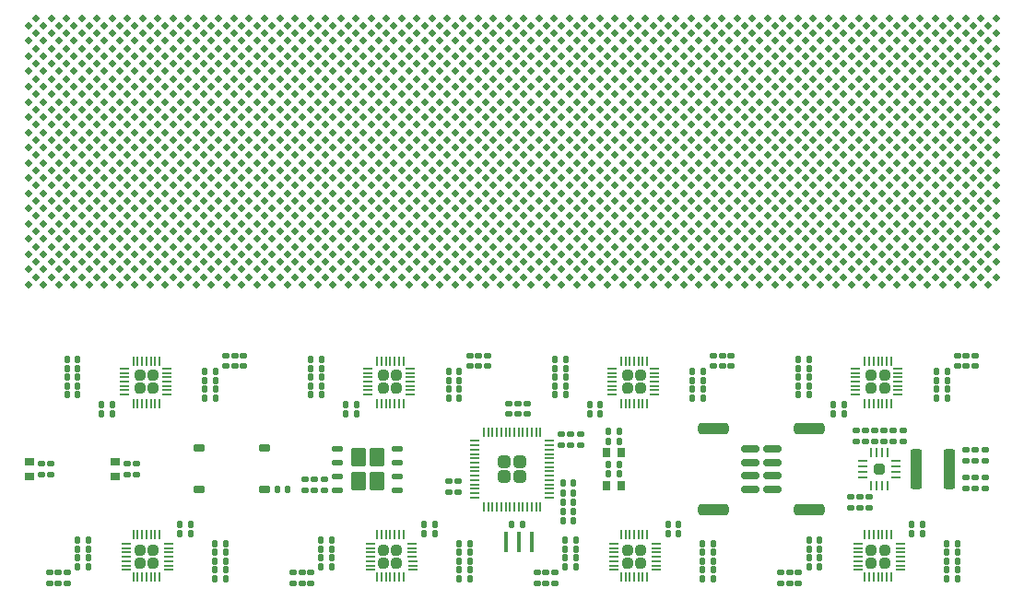
<source format=gtp>
G04 #@! TF.GenerationSoftware,KiCad,Pcbnew,(6.0.2-0)*
G04 #@! TF.CreationDate,2022-08-25T13:36:13+02:00*
G04 #@! TF.ProjectId,nixie,6e697869-652e-46b6-9963-61645f706362,rev?*
G04 #@! TF.SameCoordinates,Original*
G04 #@! TF.FileFunction,Paste,Top*
G04 #@! TF.FilePolarity,Positive*
%FSLAX46Y46*%
G04 Gerber Fmt 4.6, Leading zero omitted, Abs format (unit mm)*
G04 Created by KiCad (PCBNEW (6.0.2-0)) date 2022-08-25 13:36:13*
%MOMM*%
%LPD*%
G01*
G04 APERTURE LIST*
G04 Aperture macros list*
%AMRoundRect*
0 Rectangle with rounded corners*
0 $1 Rounding radius*
0 $2 $3 $4 $5 $6 $7 $8 $9 X,Y pos of 4 corners*
0 Add a 4 corners polygon primitive as box body*
4,1,4,$2,$3,$4,$5,$6,$7,$8,$9,$2,$3,0*
0 Add four circle primitives for the rounded corners*
1,1,$1+$1,$2,$3*
1,1,$1+$1,$4,$5*
1,1,$1+$1,$6,$7*
1,1,$1+$1,$8,$9*
0 Add four rect primitives between the rounded corners*
20,1,$1+$1,$2,$3,$4,$5,0*
20,1,$1+$1,$4,$5,$6,$7,0*
20,1,$1+$1,$6,$7,$8,$9,0*
20,1,$1+$1,$8,$9,$2,$3,0*%
%AMRotRect*
0 Rectangle, with rotation*
0 The origin of the aperture is its center*
0 $1 length*
0 $2 width*
0 $3 Rotation angle, in degrees counterclockwise*
0 Add horizontal line*
21,1,$1,$2,0,0,$3*%
G04 Aperture macros list end*
%ADD10RotRect,0.500000X0.500000X225.000000*%
%ADD11RotRect,0.500000X0.500000X45.000000*%
%ADD12RoundRect,0.125000X0.125000X0.175000X-0.125000X0.175000X-0.125000X-0.175000X0.125000X-0.175000X0*%
%ADD13RoundRect,0.125000X-0.175000X0.125000X-0.175000X-0.125000X0.175000X-0.125000X0.175000X0.125000X0*%
%ADD14RoundRect,0.242500X-0.242500X0.242500X-0.242500X-0.242500X0.242500X-0.242500X0.242500X0.242500X0*%
%ADD15RoundRect,0.055000X-0.055000X0.357500X-0.055000X-0.357500X0.055000X-0.357500X0.055000X0.357500X0*%
%ADD16RoundRect,0.055000X-0.357500X-0.055000X0.357500X-0.055000X0.357500X0.055000X-0.357500X0.055000X0*%
%ADD17RoundRect,0.055000X-0.357500X0.055000X-0.357500X-0.055000X0.357500X-0.055000X0.357500X0.055000X0*%
%ADD18RoundRect,0.055000X-0.055000X-0.357500X0.055000X-0.357500X0.055000X0.357500X-0.055000X0.357500X0*%
%ADD19RoundRect,0.125000X-0.125000X-0.175000X0.125000X-0.175000X0.125000X0.175000X-0.125000X0.175000X0*%
%ADD20RoundRect,0.187500X-0.187500X-0.262500X0.187500X-0.262500X0.187500X0.262500X-0.187500X0.262500X0*%
%ADD21RoundRect,0.125000X0.175000X-0.125000X0.175000X0.125000X-0.175000X0.125000X-0.175000X-0.125000X0*%
%ADD22RoundRect,0.187500X0.262500X-0.187500X0.262500X0.187500X-0.262500X0.187500X-0.262500X-0.187500X0*%
%ADD23RoundRect,0.250000X0.435000X0.615000X-0.435000X0.615000X-0.435000X-0.615000X0.435000X-0.615000X0*%
%ADD24RoundRect,0.125000X0.375000X0.125000X-0.375000X0.125000X-0.375000X-0.125000X0.375000X-0.125000X0*%
%ADD25RoundRect,0.150000X-0.700000X0.150000X-0.700000X-0.150000X0.700000X-0.150000X0.700000X0.150000X0*%
%ADD26RoundRect,0.250000X-1.150000X0.250000X-1.150000X-0.250000X1.150000X-0.250000X1.150000X0.250000X0*%
%ADD27RoundRect,0.242500X0.242500X-0.242500X0.242500X0.242500X-0.242500X0.242500X-0.242500X-0.242500X0*%
%ADD28RoundRect,0.055000X0.055000X-0.357500X0.055000X0.357500X-0.055000X0.357500X-0.055000X-0.357500X0*%
%ADD29RoundRect,0.055000X0.357500X0.055000X-0.357500X0.055000X-0.357500X-0.055000X0.357500X-0.055000X0*%
%ADD30RoundRect,0.055000X0.357500X-0.055000X0.357500X0.055000X-0.357500X0.055000X-0.357500X-0.055000X0*%
%ADD31RoundRect,0.055000X0.055000X0.357500X-0.055000X0.357500X-0.055000X-0.357500X0.055000X-0.357500X0*%
%ADD32RoundRect,0.275000X-0.275000X-1.575000X0.275000X-1.575000X0.275000X1.575000X-0.275000X1.575000X0*%
%ADD33RoundRect,0.250000X0.250000X0.250000X-0.250000X0.250000X-0.250000X-0.250000X0.250000X-0.250000X0*%
%ADD34RoundRect,0.062500X0.350000X0.062500X-0.350000X0.062500X-0.350000X-0.062500X0.350000X-0.062500X0*%
%ADD35RoundRect,0.062500X0.062500X0.350000X-0.062500X0.350000X-0.062500X-0.350000X0.062500X-0.350000X0*%
%ADD36RoundRect,0.150000X0.700000X-0.150000X0.700000X0.150000X-0.700000X0.150000X-0.700000X-0.150000X0*%
%ADD37RoundRect,0.250000X1.150000X-0.250000X1.150000X0.250000X-1.150000X0.250000X-1.150000X-0.250000X0*%
%ADD38RoundRect,0.150000X-0.350000X-0.225000X0.350000X-0.225000X0.350000X0.225000X-0.350000X0.225000X0*%
%ADD39RoundRect,0.250000X-0.315000X-0.315000X0.315000X-0.315000X0.315000X0.315000X-0.315000X0.315000X0*%
%ADD40RoundRect,0.050000X-0.387500X-0.050000X0.387500X-0.050000X0.387500X0.050000X-0.387500X0.050000X0*%
%ADD41RoundRect,0.050000X-0.050000X-0.387500X0.050000X-0.387500X0.050000X0.387500X-0.050000X0.387500X0*%
%ADD42RoundRect,0.100000X0.100000X-0.850000X0.100000X0.850000X-0.100000X0.850000X-0.100000X-0.850000X0*%
G04 APERTURE END LIST*
D10*
G04 #@! TO.C,D323*
X38353553Y-17946447D03*
X37646447Y-18653553D03*
G04 #@! TD*
G04 #@! TO.C,D992*
X101353553Y-24946447D03*
X100646447Y-25653553D03*
G04 #@! TD*
D11*
G04 #@! TO.C,D206*
X20846447Y-35453553D03*
X21553553Y-34746447D03*
G04 #@! TD*
G04 #@! TO.C,D1138*
X82446447Y-29853553D03*
X83153553Y-29146447D03*
G04 #@! TD*
D12*
G04 #@! TO.C,R11*
X69550000Y-54050000D03*
X68550000Y-54050000D03*
G04 #@! TD*
D10*
G04 #@! TO.C,D671*
X77553553Y-22146447D03*
X76846447Y-22853553D03*
G04 #@! TD*
D13*
G04 #@! TO.C,C35*
X41200000Y-66050000D03*
X41200000Y-67050000D03*
G04 #@! TD*
D11*
G04 #@! TO.C,D809*
X72646447Y-32653553D03*
X73353553Y-31946447D03*
G04 #@! TD*
G04 #@! TO.C,D1153*
X83846447Y-28453553D03*
X84553553Y-27746447D03*
G04 #@! TD*
D10*
G04 #@! TO.C,D589*
X74753553Y-15146447D03*
X74046447Y-15853553D03*
G04 #@! TD*
G04 #@! TO.C,D342*
X42553553Y-19346447D03*
X41846447Y-20053553D03*
G04 #@! TD*
G04 #@! TO.C,D37*
X18753553Y-17946447D03*
X18046447Y-18653553D03*
G04 #@! TD*
D11*
G04 #@! TO.C,D1066*
X93646447Y-35453553D03*
X94353553Y-34746447D03*
G04 #@! TD*
D10*
G04 #@! TO.C,D678*
X64953553Y-23546447D03*
X64246447Y-24253553D03*
G04 #@! TD*
G04 #@! TO.C,D872*
X90153553Y-15146447D03*
X89446447Y-15853553D03*
G04 #@! TD*
D11*
G04 #@! TO.C,D852*
X79646447Y-28453553D03*
X80353553Y-27746447D03*
G04 #@! TD*
D10*
G04 #@! TO.C,D333*
X52353553Y-17946447D03*
X51646447Y-18653553D03*
G04 #@! TD*
D11*
G04 #@! TO.C,D812*
X68446447Y-32653553D03*
X69153553Y-31946447D03*
G04 #@! TD*
D10*
G04 #@! TO.C,D316*
X50953553Y-16546447D03*
X50246447Y-17253553D03*
G04 #@! TD*
G04 #@! TO.C,D98*
X36953553Y-22146447D03*
X36246447Y-22853553D03*
G04 #@! TD*
D11*
G04 #@! TO.C,D450*
X37646447Y-39653553D03*
X38353553Y-38946447D03*
G04 #@! TD*
D10*
G04 #@! TO.C,D96*
X34153553Y-22146447D03*
X33446447Y-22853553D03*
G04 #@! TD*
G04 #@! TO.C,D890*
X92953553Y-16546447D03*
X92246447Y-17253553D03*
G04 #@! TD*
G04 #@! TO.C,D621*
X74753553Y-17946447D03*
X74046447Y-18653553D03*
G04 #@! TD*
G04 #@! TO.C,D908*
X95753553Y-17946447D03*
X95046447Y-18653553D03*
G04 #@! TD*
D11*
G04 #@! TO.C,D1037*
X89446447Y-38253553D03*
X90153553Y-37546447D03*
G04 #@! TD*
D10*
G04 #@! TO.C,D606*
X76153553Y-16546447D03*
X75446447Y-17253553D03*
G04 #@! TD*
D11*
G04 #@! TO.C,D436*
X57246447Y-39653553D03*
X57953553Y-38946447D03*
G04 #@! TD*
D10*
G04 #@! TO.C,D137*
X24353553Y-26346447D03*
X23646447Y-27053553D03*
G04 #@! TD*
G04 #@! TO.C,D43*
X27153553Y-17946447D03*
X26446447Y-18653553D03*
G04 #@! TD*
D14*
G04 #@! TO.C,U7*
X47900000Y-47950000D03*
X47900000Y-49150000D03*
X49100000Y-49150000D03*
X49100000Y-47950000D03*
D15*
X49700000Y-46700000D03*
X49300000Y-46700000D03*
X48900000Y-46700000D03*
X48500000Y-46700000D03*
X48100000Y-46700000D03*
X47700000Y-46700000D03*
X47300000Y-46700000D03*
D16*
X46450000Y-47350000D03*
X46450000Y-47750000D03*
X46450000Y-48150000D03*
D17*
X46462500Y-48550000D03*
X46462500Y-48950000D03*
X46462500Y-49350000D03*
X46462500Y-49750000D03*
D18*
X47300000Y-50600000D03*
X47700000Y-50600000D03*
X48100000Y-50600000D03*
X48500000Y-50600000D03*
X48900000Y-50600000D03*
X49300000Y-50600000D03*
D15*
X49700000Y-50600000D03*
D16*
X50350000Y-49750000D03*
X50350000Y-49350000D03*
X50350000Y-48950000D03*
X50350000Y-48550000D03*
X50350000Y-48150000D03*
X50350000Y-47750000D03*
X50350000Y-47350000D03*
G04 #@! TD*
D11*
G04 #@! TO.C,D1036*
X90846447Y-38253553D03*
X91553553Y-37546447D03*
G04 #@! TD*
G04 #@! TO.C,D725*
X78246447Y-39653553D03*
X78953553Y-38946447D03*
G04 #@! TD*
D10*
G04 #@! TO.C,D423*
X43953553Y-26346447D03*
X43246447Y-27053553D03*
G04 #@! TD*
G04 #@! TO.C,D139*
X27153553Y-26346447D03*
X26446447Y-27053553D03*
G04 #@! TD*
D11*
G04 #@! TO.C,D191*
X19446447Y-36853553D03*
X20153553Y-36146447D03*
G04 #@! TD*
D10*
G04 #@! TO.C,D661*
X63553553Y-22146447D03*
X62846447Y-22853553D03*
G04 #@! TD*
G04 #@! TO.C,D74*
X25753553Y-20746447D03*
X25046447Y-21453553D03*
G04 #@! TD*
G04 #@! TO.C,D351*
X55153553Y-19346447D03*
X54446447Y-20053553D03*
G04 #@! TD*
D11*
G04 #@! TO.C,D189*
X22246447Y-36853553D03*
X22953553Y-36146447D03*
G04 #@! TD*
D19*
G04 #@! TO.C,R47*
X41200000Y-48950000D03*
X42200000Y-48950000D03*
G04 #@! TD*
D10*
G04 #@! TO.C,D968*
X90153553Y-23546447D03*
X89446447Y-24253553D03*
G04 #@! TD*
D11*
G04 #@! TO.C,D163*
X36246447Y-38253553D03*
X36953553Y-37546447D03*
G04 #@! TD*
D10*
G04 #@! TO.C,D962*
X104153553Y-22146447D03*
X103446447Y-22853553D03*
G04 #@! TD*
D11*
G04 #@! TO.C,D512*
X40446447Y-34053553D03*
X41153553Y-33346447D03*
G04 #@! TD*
G04 #@! TO.C,D519*
X53046447Y-32653553D03*
X53753553Y-31946447D03*
G04 #@! TD*
D10*
G04 #@! TO.C,D366*
X53753553Y-20746447D03*
X53046447Y-21453553D03*
G04 #@! TD*
D11*
G04 #@! TO.C,D518*
X54446447Y-32653553D03*
X55153553Y-31946447D03*
G04 #@! TD*
D10*
G04 #@! TO.C,D584*
X67753553Y-15146447D03*
X67046447Y-15853553D03*
G04 #@! TD*
D11*
G04 #@! TO.C,D467*
X58646447Y-36853553D03*
X59353553Y-36146447D03*
G04 #@! TD*
D10*
G04 #@! TO.C,D420*
X39753553Y-26346447D03*
X39046447Y-27053553D03*
G04 #@! TD*
D11*
G04 #@! TO.C,D447*
X41846447Y-39653553D03*
X42553553Y-38946447D03*
G04 #@! TD*
D10*
G04 #@! TO.C,D410*
X48153553Y-24946447D03*
X47446447Y-25653553D03*
G04 #@! TD*
G04 #@! TO.C,D412*
X50953553Y-24946447D03*
X50246447Y-25653553D03*
G04 #@! TD*
D11*
G04 #@! TO.C,D1102*
X88046447Y-32653553D03*
X88753553Y-31946447D03*
G04 #@! TD*
D10*
G04 #@! TO.C,D889*
X91553553Y-16546447D03*
X90846447Y-17253553D03*
G04 #@! TD*
G04 #@! TO.C,D876*
X95753553Y-15146447D03*
X95046447Y-15853553D03*
G04 #@! TD*
G04 #@! TO.C,D642*
X81753553Y-19346447D03*
X81046447Y-20053553D03*
G04 #@! TD*
D11*
G04 #@! TO.C,D742*
X76846447Y-38253553D03*
X77553553Y-37546447D03*
G04 #@! TD*
D10*
G04 #@! TO.C,D675*
X60753553Y-23546447D03*
X60046447Y-24253553D03*
G04 #@! TD*
G04 #@! TO.C,D71*
X21553553Y-20746447D03*
X20846447Y-21453553D03*
G04 #@! TD*
G04 #@! TO.C,D634*
X70553553Y-19346447D03*
X69846447Y-20053553D03*
G04 #@! TD*
G04 #@! TO.C,D67*
X15953553Y-20746447D03*
X15246447Y-21453553D03*
G04 #@! TD*
G04 #@! TO.C,D26*
X25753553Y-16546447D03*
X25046447Y-17253553D03*
G04 #@! TD*
D11*
G04 #@! TO.C,D462*
X43246447Y-38253553D03*
X43953553Y-37546447D03*
G04 #@! TD*
D19*
G04 #@! TO.C,R54*
X41200000Y-49750000D03*
X42200000Y-49750000D03*
G04 #@! TD*
D11*
G04 #@! TO.C,D457*
X50246447Y-38253553D03*
X50953553Y-37546447D03*
G04 #@! TD*
G04 #@! TO.C,D559*
X41846447Y-29853553D03*
X42553553Y-29146447D03*
G04 #@! TD*
G04 #@! TO.C,D482*
X37646447Y-36853553D03*
X38353553Y-36146447D03*
G04 #@! TD*
D10*
G04 #@! TO.C,D912*
X101353553Y-17946447D03*
X100646447Y-18653553D03*
G04 #@! TD*
D11*
G04 #@! TO.C,D241*
X16646447Y-32653553D03*
X17353553Y-31946447D03*
G04 #@! TD*
D19*
G04 #@! TO.C,R22*
X19750000Y-64750000D03*
X20750000Y-64750000D03*
G04 #@! TD*
D11*
G04 #@! TO.C,D198*
X32046447Y-35453553D03*
X32753553Y-34746447D03*
G04 #@! TD*
D19*
G04 #@! TO.C,R33*
X18800000Y-47350000D03*
X19800000Y-47350000D03*
G04 #@! TD*
D11*
G04 #@! TO.C,D752*
X62846447Y-38253553D03*
X63553553Y-37546447D03*
G04 #@! TD*
D10*
G04 #@! TO.C,D99*
X15953553Y-23546447D03*
X15246447Y-24253553D03*
G04 #@! TD*
D11*
G04 #@! TO.C,D491*
X47446447Y-35453553D03*
X48153553Y-34746447D03*
G04 #@! TD*
G04 #@! TO.C,D444*
X46046447Y-39653553D03*
X46753553Y-38946447D03*
G04 #@! TD*
D10*
G04 #@! TO.C,D302*
X53753553Y-15146447D03*
X53046447Y-15853553D03*
G04 #@! TD*
G04 #@! TO.C,D963*
X83153553Y-23546447D03*
X82446447Y-24253553D03*
G04 #@! TD*
D11*
G04 #@! TO.C,D150*
X32046447Y-39653553D03*
X32753553Y-38946447D03*
G04 #@! TD*
D10*
G04 #@! TO.C,D896*
X101353553Y-16546447D03*
X100646447Y-17253553D03*
G04 #@! TD*
D20*
G04 #@! TO.C,D1*
X68350000Y-58100000D03*
X69750000Y-58100000D03*
G04 #@! TD*
D10*
G04 #@! TO.C,D48*
X34153553Y-17946447D03*
X33446447Y-18653553D03*
G04 #@! TD*
D11*
G04 #@! TO.C,D245*
X33446447Y-31253553D03*
X34153553Y-30546447D03*
G04 #@! TD*
D12*
G04 #@! TO.C,R18*
X33400000Y-65050000D03*
X32400000Y-65050000D03*
G04 #@! TD*
D10*
G04 #@! TO.C,D414*
X53753553Y-24946447D03*
X53046447Y-25653553D03*
G04 #@! TD*
G04 #@! TO.C,D1003*
X94353553Y-26346447D03*
X93646447Y-27053553D03*
G04 #@! TD*
D11*
G04 #@! TO.C,D784*
X62846447Y-35453553D03*
X63553553Y-34746447D03*
G04 #@! TD*
D12*
G04 #@! TO.C,R52*
X54850000Y-48450000D03*
X53850000Y-48450000D03*
G04 #@! TD*
D11*
G04 #@! TO.C,D1055*
X86646447Y-36853553D03*
X87353553Y-36146447D03*
G04 #@! TD*
G04 #@! TO.C,D1106*
X82446447Y-32653553D03*
X83153553Y-31946447D03*
G04 #@! TD*
G04 #@! TO.C,D723*
X81046447Y-39653553D03*
X81753553Y-38946447D03*
G04 #@! TD*
G04 #@! TO.C,D1024*
X85246447Y-39653553D03*
X85953553Y-38946447D03*
G04 #@! TD*
D10*
G04 #@! TO.C,D82*
X36953553Y-20746447D03*
X36246447Y-21453553D03*
G04 #@! TD*
G04 #@! TO.C,D948*
X84553553Y-22146447D03*
X83846447Y-22853553D03*
G04 #@! TD*
G04 #@! TO.C,D922*
X92953553Y-19346447D03*
X92246447Y-20053553D03*
G04 #@! TD*
D11*
G04 #@! TO.C,D1073*
X83846447Y-35453553D03*
X84553553Y-34746447D03*
G04 #@! TD*
D10*
G04 #@! TO.C,D627*
X60753553Y-19346447D03*
X60046447Y-20053553D03*
G04 #@! TD*
D11*
G04 #@! TO.C,D1149*
X89446447Y-28453553D03*
X90153553Y-27746447D03*
G04 #@! TD*
G04 #@! TO.C,D556*
X46046447Y-29853553D03*
X46753553Y-29146447D03*
G04 #@! TD*
D10*
G04 #@! TO.C,D888*
X90153553Y-16546447D03*
X89446447Y-17253553D03*
G04 #@! TD*
D11*
G04 #@! TO.C,D226*
X15246447Y-34053553D03*
X15953553Y-33346447D03*
G04 #@! TD*
G04 #@! TO.C,D818*
X60046447Y-32653553D03*
X60753553Y-31946447D03*
G04 #@! TD*
D14*
G04 #@! TO.C,U9*
X71500000Y-47950000D03*
X71500000Y-49150000D03*
X70300000Y-49150000D03*
X70300000Y-47950000D03*
D15*
X72100000Y-46700000D03*
X71700000Y-46700000D03*
X71300000Y-46700000D03*
X70900000Y-46700000D03*
X70500000Y-46700000D03*
X70100000Y-46700000D03*
X69700000Y-46700000D03*
D16*
X68850000Y-47350000D03*
X68850000Y-47750000D03*
X68850000Y-48150000D03*
D17*
X68862500Y-48550000D03*
X68862500Y-48950000D03*
X68862500Y-49350000D03*
X68862500Y-49750000D03*
D18*
X69700000Y-50600000D03*
X70100000Y-50600000D03*
X70500000Y-50600000D03*
X70900000Y-50600000D03*
X71300000Y-50600000D03*
X71700000Y-50600000D03*
D15*
X72100000Y-50600000D03*
D16*
X72750000Y-49750000D03*
X72750000Y-49350000D03*
X72750000Y-48950000D03*
X72750000Y-48550000D03*
X72750000Y-48150000D03*
X72750000Y-47750000D03*
X72750000Y-47350000D03*
G04 #@! TD*
D11*
G04 #@! TO.C,D488*
X51646447Y-35453553D03*
X52353553Y-34746447D03*
G04 #@! TD*
G04 #@! TO.C,D728*
X74046447Y-39653553D03*
X74753553Y-38946447D03*
G04 #@! TD*
G04 #@! TO.C,D1028*
X102046447Y-38253553D03*
X102753553Y-37546447D03*
G04 #@! TD*
G04 #@! TO.C,D746*
X71246447Y-38253553D03*
X71953553Y-37546447D03*
G04 #@! TD*
D10*
G04 #@! TO.C,D125*
X29953553Y-24946447D03*
X29246447Y-25653553D03*
G04 #@! TD*
G04 #@! TO.C,D925*
X97153553Y-19346447D03*
X96446447Y-20053553D03*
G04 #@! TD*
D13*
G04 #@! TO.C,C52*
X84400000Y-66050000D03*
X84400000Y-67050000D03*
G04 #@! TD*
D11*
G04 #@! TO.C,D242*
X15246447Y-32653553D03*
X15953553Y-31946447D03*
G04 #@! TD*
D10*
G04 #@! TO.C,D378*
X48153553Y-22146447D03*
X47446447Y-22853553D03*
G04 #@! TD*
D11*
G04 #@! TO.C,D153*
X27846447Y-39653553D03*
X28553553Y-38946447D03*
G04 #@! TD*
D10*
G04 #@! TO.C,D718*
X76153553Y-26346447D03*
X75446447Y-27053553D03*
G04 #@! TD*
G04 #@! TO.C,D996*
X84553553Y-26346447D03*
X83846447Y-27053553D03*
G04 #@! TD*
D11*
G04 #@! TO.C,D194*
X15246447Y-36853553D03*
X15953553Y-36146447D03*
G04 #@! TD*
G04 #@! TO.C,D1076*
X102046447Y-34053553D03*
X102753553Y-33346447D03*
G04 #@! TD*
D10*
G04 #@! TO.C,D999*
X88753553Y-26346447D03*
X88046447Y-27053553D03*
G04 #@! TD*
G04 #@! TO.C,D614*
X64953553Y-17946447D03*
X64246447Y-18653553D03*
G04 #@! TD*
D11*
G04 #@! TO.C,D174*
X20846447Y-38253553D03*
X21553553Y-37546447D03*
G04 #@! TD*
D12*
G04 #@! TO.C,R72*
X77250000Y-48450000D03*
X76250000Y-48450000D03*
G04 #@! TD*
D10*
G04 #@! TO.C,D95*
X32753553Y-22146447D03*
X32046447Y-22853553D03*
G04 #@! TD*
G04 #@! TO.C,D910*
X98553553Y-17946447D03*
X97846447Y-18653553D03*
G04 #@! TD*
G04 #@! TO.C,D427*
X49553553Y-26346447D03*
X48846447Y-27053553D03*
G04 #@! TD*
D11*
G04 #@! TO.C,D1022*
X88046447Y-39653553D03*
X88753553Y-38946447D03*
G04 #@! TD*
G04 #@! TO.C,D529*
X39046447Y-32653553D03*
X39753553Y-31946447D03*
G04 #@! TD*
G04 #@! TO.C,D562*
X37646447Y-29853553D03*
X38353553Y-29146447D03*
G04 #@! TD*
D21*
G04 #@! TO.C,C39*
X56600000Y-47150000D03*
X56600000Y-46150000D03*
G04 #@! TD*
D10*
G04 #@! TO.C,D592*
X78953553Y-15146447D03*
X78246447Y-15853553D03*
G04 #@! TD*
D11*
G04 #@! TO.C,D855*
X75446447Y-28453553D03*
X76153553Y-27746447D03*
G04 #@! TD*
D10*
G04 #@! TO.C,D657*
X80353553Y-20746447D03*
X79646447Y-21453553D03*
G04 #@! TD*
D11*
G04 #@! TO.C,D202*
X26446447Y-35453553D03*
X27153553Y-34746447D03*
G04 #@! TD*
D10*
G04 #@! TO.C,D320*
X56553553Y-16546447D03*
X55846447Y-17253553D03*
G04 #@! TD*
G04 #@! TO.C,D594*
X81753553Y-15146447D03*
X81046447Y-15853553D03*
G04 #@! TD*
D11*
G04 #@! TO.C,D766*
X65646447Y-36853553D03*
X66353553Y-36146447D03*
G04 #@! TD*
G04 #@! TO.C,D442*
X48846447Y-39653553D03*
X49553553Y-38946447D03*
G04 #@! TD*
D19*
G04 #@! TO.C,R34*
X18800000Y-49750000D03*
X19800000Y-49750000D03*
G04 #@! TD*
D11*
G04 #@! TO.C,D266*
X26446447Y-29853553D03*
X27153553Y-29146447D03*
G04 #@! TD*
D10*
G04 #@! TO.C,D580*
X62153553Y-15146447D03*
X61446447Y-15853553D03*
G04 #@! TD*
D13*
G04 #@! TO.C,C50*
X85200000Y-66050000D03*
X85200000Y-67050000D03*
G04 #@! TD*
D10*
G04 #@! TO.C,D617*
X69153553Y-17946447D03*
X68446447Y-18653553D03*
G04 #@! TD*
D11*
G04 #@! TO.C,D1051*
X92246447Y-36853553D03*
X92953553Y-36146447D03*
G04 #@! TD*
D10*
G04 #@! TO.C,D108*
X28553553Y-23546447D03*
X27846447Y-24253553D03*
G04 #@! TD*
G04 #@! TO.C,D141*
X29953553Y-26346447D03*
X29246447Y-27053553D03*
G04 #@! TD*
D11*
G04 #@! TO.C,D229*
X33446447Y-32653553D03*
X34153553Y-31946447D03*
G04 #@! TD*
D10*
G04 #@! TO.C,D111*
X32753553Y-23546447D03*
X32046447Y-24253553D03*
G04 #@! TD*
D11*
G04 #@! TO.C,D767*
X64246447Y-36853553D03*
X64953553Y-36146447D03*
G04 #@! TD*
D10*
G04 #@! TO.C,D624*
X78953553Y-17946447D03*
X78246447Y-18653553D03*
G04 #@! TD*
G04 #@! TO.C,D142*
X31353553Y-26346447D03*
X30646447Y-27053553D03*
G04 #@! TD*
D11*
G04 #@! TO.C,D272*
X18046447Y-29853553D03*
X18753553Y-29146447D03*
G04 #@! TD*
D12*
G04 #@! TO.C,R91*
X99650000Y-50050000D03*
X98650000Y-50050000D03*
G04 #@! TD*
D10*
G04 #@! TO.C,D873*
X91553553Y-15146447D03*
X90846447Y-15853553D03*
G04 #@! TD*
D11*
G04 #@! TO.C,D748*
X68446447Y-38253553D03*
X69153553Y-37546447D03*
G04 #@! TD*
G04 #@! TO.C,D1075*
X103446447Y-34053553D03*
X104153553Y-33346447D03*
G04 #@! TD*
G04 #@! TO.C,D829*
X67046447Y-31253553D03*
X67753553Y-30546447D03*
G04 #@! TD*
G04 #@! TO.C,D446*
X43246447Y-39653553D03*
X43953553Y-38946447D03*
G04 #@! TD*
G04 #@! TO.C,D565*
X55846447Y-28453553D03*
X56553553Y-27746447D03*
G04 #@! TD*
G04 #@! TO.C,D466*
X37646447Y-38253553D03*
X38353553Y-37546447D03*
G04 #@! TD*
G04 #@! TO.C,D1152*
X85246447Y-28453553D03*
X85953553Y-27746447D03*
G04 #@! TD*
G04 #@! TO.C,D500*
X57246447Y-34053553D03*
X57953553Y-33346447D03*
G04 #@! TD*
D10*
G04 #@! TO.C,D30*
X31353553Y-16546447D03*
X30646447Y-17253553D03*
G04 #@! TD*
D12*
G04 #@! TO.C,R77*
X100600000Y-64250000D03*
X99600000Y-64250000D03*
G04 #@! TD*
D11*
G04 #@! TO.C,D255*
X19446447Y-31253553D03*
X20153553Y-30546447D03*
G04 #@! TD*
D10*
G04 #@! TO.C,D660*
X62153553Y-22146447D03*
X61446447Y-22853553D03*
G04 #@! TD*
G04 #@! TO.C,D885*
X85953553Y-16546447D03*
X85246447Y-17253553D03*
G04 #@! TD*
D11*
G04 #@! TO.C,D154*
X26446447Y-39653553D03*
X27153553Y-38946447D03*
G04 #@! TD*
D10*
G04 #@! TO.C,D105*
X24353553Y-23546447D03*
X23646447Y-24253553D03*
G04 #@! TD*
D21*
G04 #@! TO.C,C22*
X41550000Y-58500000D03*
X41550000Y-57500000D03*
G04 #@! TD*
D11*
G04 #@! TO.C,D155*
X25046447Y-39653553D03*
X25753553Y-38946447D03*
G04 #@! TD*
G04 #@! TO.C,D1052*
X90846447Y-36853553D03*
X91553553Y-36146447D03*
G04 #@! TD*
D10*
G04 #@! TO.C,D666*
X70553553Y-22146447D03*
X69846447Y-22853553D03*
G04 #@! TD*
G04 #@! TO.C,D679*
X66353553Y-23546447D03*
X65646447Y-24253553D03*
G04 #@! TD*
G04 #@! TO.C,D41*
X24353553Y-17946447D03*
X23646447Y-18653553D03*
G04 #@! TD*
G04 #@! TO.C,D887*
X88753553Y-16546447D03*
X88046447Y-17253553D03*
G04 #@! TD*
D11*
G04 #@! TO.C,D267*
X25046447Y-29853553D03*
X25753553Y-29146447D03*
G04 #@! TD*
G04 #@! TO.C,D806*
X76846447Y-32653553D03*
X77553553Y-31946447D03*
G04 #@! TD*
G04 #@! TO.C,D783*
X64246447Y-35453553D03*
X64953553Y-34746447D03*
G04 #@! TD*
D12*
G04 #@! TO.C,R89*
X99650000Y-47650000D03*
X98650000Y-47650000D03*
G04 #@! TD*
D11*
G04 #@! TO.C,D793*
X72646447Y-34053553D03*
X73353553Y-33346447D03*
G04 #@! TD*
D10*
G04 #@! TO.C,D703*
X77553553Y-24946447D03*
X76846447Y-25653553D03*
G04 #@! TD*
G04 #@! TO.C,D318*
X53753553Y-16546447D03*
X53046447Y-17253553D03*
G04 #@! TD*
G04 #@! TO.C,D15*
X32753553Y-15146447D03*
X32046447Y-15853553D03*
G04 #@! TD*
G04 #@! TO.C,D995*
X83153553Y-26346447D03*
X82446447Y-27053553D03*
G04 #@! TD*
D11*
G04 #@! TO.C,D758*
X76846447Y-36853553D03*
X77553553Y-36146447D03*
G04 #@! TD*
G04 #@! TO.C,D523*
X47446447Y-32653553D03*
X48153553Y-31946447D03*
G04 #@! TD*
G04 #@! TO.C,D280*
X29246447Y-28453553D03*
X29953553Y-27746447D03*
G04 #@! TD*
G04 #@! TO.C,D1140*
X102046447Y-28453553D03*
X102753553Y-27746447D03*
G04 #@! TD*
D12*
G04 #@! TO.C,R8*
X65350000Y-60450000D03*
X64350000Y-60450000D03*
G04 #@! TD*
D11*
G04 #@! TO.C,D244*
X34846447Y-31253553D03*
X35553553Y-30546447D03*
G04 #@! TD*
D10*
G04 #@! TO.C,D319*
X55153553Y-16546447D03*
X54446447Y-17253553D03*
G04 #@! TD*
D11*
G04 #@! TO.C,D1146*
X93646447Y-28453553D03*
X94353553Y-27746447D03*
G04 #@! TD*
G04 #@! TO.C,D178*
X15246447Y-38253553D03*
X15953553Y-37546447D03*
G04 #@! TD*
G04 #@! TO.C,D186*
X26446447Y-36853553D03*
X27153553Y-36146447D03*
G04 #@! TD*
D10*
G04 #@! TO.C,D354*
X59353553Y-19346447D03*
X58646447Y-20053553D03*
G04 #@! TD*
G04 #@! TO.C,D338*
X59353553Y-17946447D03*
X58646447Y-18653553D03*
G04 #@! TD*
D11*
G04 #@! TO.C,D555*
X47446447Y-29853553D03*
X48153553Y-29146447D03*
G04 #@! TD*
G04 #@! TO.C,D485*
X55846447Y-35453553D03*
X56553553Y-34746447D03*
G04 #@! TD*
G04 #@! TO.C,D768*
X62846447Y-36853553D03*
X63553553Y-36146447D03*
G04 #@! TD*
G04 #@! TO.C,D790*
X76846447Y-34053553D03*
X77553553Y-33346447D03*
G04 #@! TD*
D10*
G04 #@! TO.C,D882*
X104153553Y-15146447D03*
X103446447Y-15853553D03*
G04 #@! TD*
G04 #@! TO.C,D314*
X48153553Y-16546447D03*
X47446447Y-17253553D03*
G04 #@! TD*
D11*
G04 #@! TO.C,D508*
X46046447Y-34053553D03*
X46753553Y-33346447D03*
G04 #@! TD*
G04 #@! TO.C,D184*
X29246447Y-36853553D03*
X29953553Y-36146447D03*
G04 #@! TD*
D10*
G04 #@! TO.C,D88*
X22953553Y-22146447D03*
X22246447Y-22853553D03*
G04 #@! TD*
D21*
G04 #@! TO.C,C54*
X101400000Y-47150000D03*
X101400000Y-46150000D03*
G04 #@! TD*
D11*
G04 #@! TO.C,D1016*
X96446447Y-39653553D03*
X97153553Y-38946447D03*
G04 #@! TD*
D10*
G04 #@! TO.C,D600*
X67753553Y-16546447D03*
X67046447Y-17253553D03*
G04 #@! TD*
D11*
G04 #@! TO.C,D786*
X60046447Y-35453553D03*
X60753553Y-34746447D03*
G04 #@! TD*
D10*
G04 #@! TO.C,D607*
X77553553Y-16546447D03*
X76846447Y-17253553D03*
G04 #@! TD*
G04 #@! TO.C,D676*
X62153553Y-23546447D03*
X61446447Y-24253553D03*
G04 #@! TD*
D11*
G04 #@! TO.C,D792*
X74046447Y-34053553D03*
X74753553Y-33346447D03*
G04 #@! TD*
G04 #@! TO.C,D552*
X51646447Y-29853553D03*
X52353553Y-29146447D03*
G04 #@! TD*
G04 #@! TO.C,D1103*
X86646447Y-32653553D03*
X87353553Y-31946447D03*
G04 #@! TD*
D21*
G04 #@! TO.C,C40*
X57400000Y-47150000D03*
X57400000Y-46150000D03*
G04 #@! TD*
D10*
G04 #@! TO.C,D983*
X88753553Y-24946447D03*
X88046447Y-25653553D03*
G04 #@! TD*
D11*
G04 #@! TO.C,D286*
X20846447Y-28453553D03*
X21553553Y-27746447D03*
G04 #@! TD*
G04 #@! TO.C,D197*
X33446447Y-35453553D03*
X34153553Y-34746447D03*
G04 #@! TD*
D10*
G04 #@! TO.C,D669*
X74753553Y-22146447D03*
X74046447Y-22853553D03*
G04 #@! TD*
D11*
G04 #@! TO.C,D1014*
X99246447Y-39653553D03*
X99953553Y-38946447D03*
G04 #@! TD*
D19*
G04 #@! TO.C,R56*
X41200000Y-46550000D03*
X42200000Y-46550000D03*
G04 #@! TD*
D10*
G04 #@! TO.C,D317*
X52353553Y-16546447D03*
X51646447Y-17253553D03*
G04 #@! TD*
D11*
G04 #@! TO.C,D277*
X33446447Y-28453553D03*
X34153553Y-27746447D03*
G04 #@! TD*
G04 #@! TO.C,D860*
X68446447Y-28453553D03*
X69153553Y-27746447D03*
G04 #@! TD*
D10*
G04 #@! TO.C,D1006*
X98553553Y-26346447D03*
X97846447Y-27053553D03*
G04 #@! TD*
D11*
G04 #@! TO.C,D1126*
X99246447Y-29853553D03*
X99953553Y-29146447D03*
G04 #@! TD*
G04 #@! TO.C,D474*
X48846447Y-36853553D03*
X49553553Y-36146447D03*
G04 #@! TD*
G04 #@! TO.C,D542*
X43246447Y-31253553D03*
X43953553Y-30546447D03*
G04 #@! TD*
G04 #@! TO.C,D1154*
X82446447Y-28453553D03*
X83153553Y-27746447D03*
G04 #@! TD*
G04 #@! TO.C,D455*
X53046447Y-38253553D03*
X53753553Y-37546447D03*
G04 #@! TD*
D12*
G04 #@! TO.C,R45*
X52600000Y-61700000D03*
X51600000Y-61700000D03*
G04 #@! TD*
D11*
G04 #@! TO.C,D1019*
X92246447Y-39653553D03*
X92953553Y-38946447D03*
G04 #@! TD*
D13*
G04 #@! TO.C,R2*
X94700000Y-53050000D03*
X94700000Y-54050000D03*
G04 #@! TD*
D10*
G04 #@! TO.C,D937*
X91553553Y-20746447D03*
X90846447Y-21453553D03*
G04 #@! TD*
G04 #@! TO.C,D392*
X45353553Y-23546447D03*
X44646447Y-24253553D03*
G04 #@! TD*
G04 #@! TO.C,D114*
X36953553Y-23546447D03*
X36246447Y-24253553D03*
G04 #@! TD*
D11*
G04 #@! TO.C,D853*
X78246447Y-28453553D03*
X78953553Y-27746447D03*
G04 #@! TD*
G04 #@! TO.C,D285*
X22246447Y-28453553D03*
X22953553Y-27746447D03*
G04 #@! TD*
G04 #@! TO.C,D1054*
X88046447Y-36853553D03*
X88753553Y-36146447D03*
G04 #@! TD*
D10*
G04 #@! TO.C,D368*
X56553553Y-20746447D03*
X55846447Y-21453553D03*
G04 #@! TD*
D12*
G04 #@! TO.C,R44*
X55800000Y-63450000D03*
X54800000Y-63450000D03*
G04 #@! TD*
D11*
G04 #@! TO.C,D797*
X67046447Y-34053553D03*
X67753553Y-33346447D03*
G04 #@! TD*
G04 #@! TO.C,D727*
X75446447Y-39653553D03*
X76153553Y-38946447D03*
G04 #@! TD*
G04 #@! TO.C,D265*
X27846447Y-29853553D03*
X28553553Y-29146447D03*
G04 #@! TD*
D10*
G04 #@! TO.C,D358*
X42553553Y-20746447D03*
X41846447Y-21453553D03*
G04 #@! TD*
G04 #@! TO.C,D61*
X29953553Y-19346447D03*
X29246447Y-20053553D03*
G04 #@! TD*
G04 #@! TO.C,D124*
X28553553Y-24946447D03*
X27846447Y-25653553D03*
G04 #@! TD*
D19*
G04 #@! TO.C,R88*
X86000000Y-48150000D03*
X87000000Y-48150000D03*
G04 #@! TD*
D10*
G04 #@! TO.C,D371*
X38353553Y-22146447D03*
X37646447Y-22853553D03*
G04 #@! TD*
D13*
G04 #@! TO.C,C36*
X39600000Y-66050000D03*
X39600000Y-67050000D03*
G04 #@! TD*
D10*
G04 #@! TO.C,D898*
X104153553Y-16546447D03*
X103446447Y-17253553D03*
G04 #@! TD*
G04 #@! TO.C,D721*
X80353553Y-26346447D03*
X79646447Y-27053553D03*
G04 #@! TD*
D11*
G04 #@! TO.C,D1057*
X83846447Y-36853553D03*
X84553553Y-36146447D03*
G04 #@! TD*
G04 #@! TO.C,D200*
X29246447Y-35453553D03*
X29953553Y-34746447D03*
G04 #@! TD*
G04 #@! TO.C,D230*
X32046447Y-32653553D03*
X32753553Y-31946447D03*
G04 #@! TD*
G04 #@! TO.C,D268*
X23646447Y-29853553D03*
X24353553Y-29146447D03*
G04 #@! TD*
D10*
G04 #@! TO.C,D585*
X69153553Y-15146447D03*
X68446447Y-15853553D03*
G04 #@! TD*
D11*
G04 #@! TO.C,D862*
X65646447Y-28453553D03*
X66353553Y-27746447D03*
G04 #@! TD*
G04 #@! TO.C,D801*
X61446447Y-34053553D03*
X62153553Y-33346447D03*
G04 #@! TD*
D10*
G04 #@! TO.C,D998*
X87353553Y-26346447D03*
X86646447Y-27053553D03*
G04 #@! TD*
G04 #@! TO.C,D93*
X29953553Y-22146447D03*
X29246447Y-22853553D03*
G04 #@! TD*
D11*
G04 #@! TO.C,D554*
X48846447Y-29853553D03*
X49553553Y-29146447D03*
G04 #@! TD*
D10*
G04 #@! TO.C,D428*
X50953553Y-26346447D03*
X50246447Y-27053553D03*
G04 #@! TD*
D11*
G04 #@! TO.C,D811*
X69846447Y-32653553D03*
X70553553Y-31946447D03*
G04 #@! TD*
G04 #@! TO.C,D493*
X44646447Y-35453553D03*
X45353553Y-34746447D03*
G04 #@! TD*
D12*
G04 #@! TO.C,R25*
X30200000Y-61700000D03*
X29200000Y-61700000D03*
G04 #@! TD*
D11*
G04 #@! TO.C,D549*
X55846447Y-29853553D03*
X56553553Y-29146447D03*
G04 #@! TD*
G04 #@! TO.C,D775*
X75446447Y-35453553D03*
X76153553Y-34746447D03*
G04 #@! TD*
D10*
G04 #@! TO.C,D106*
X25753553Y-23546447D03*
X25046447Y-24253553D03*
G04 #@! TD*
D11*
G04 #@! TO.C,D180*
X34846447Y-36853553D03*
X35553553Y-36146447D03*
G04 #@! TD*
D19*
G04 #@! TO.C,R73*
X63600000Y-47350000D03*
X64600000Y-47350000D03*
G04 #@! TD*
D10*
G04 #@! TO.C,D315*
X49553553Y-16546447D03*
X48846447Y-17253553D03*
G04 #@! TD*
G04 #@! TO.C,D598*
X64953553Y-16546447D03*
X64246447Y-17253553D03*
G04 #@! TD*
D11*
G04 #@! TO.C,D1131*
X92246447Y-29853553D03*
X92953553Y-29146447D03*
G04 #@! TD*
D10*
G04 #@! TO.C,D662*
X64953553Y-22146447D03*
X64246447Y-22853553D03*
G04 #@! TD*
G04 #@! TO.C,D722*
X81753553Y-26346447D03*
X81046447Y-27053553D03*
G04 #@! TD*
G04 #@! TO.C,D345*
X46753553Y-19346447D03*
X46046447Y-20053553D03*
G04 #@! TD*
G04 #@! TO.C,D976*
X101353553Y-23546447D03*
X100646447Y-24253553D03*
G04 #@! TD*
D11*
G04 #@! TO.C,D861*
X67046447Y-28453553D03*
X67753553Y-27746447D03*
G04 #@! TD*
D22*
G04 #@! TO.C,S2*
X15350000Y-57300000D03*
X15350000Y-55900000D03*
G04 #@! TD*
D10*
G04 #@! TO.C,D700*
X73353553Y-24946447D03*
X72646447Y-25653553D03*
G04 #@! TD*
D11*
G04 #@! TO.C,D749*
X67046447Y-38253553D03*
X67753553Y-37546447D03*
G04 #@! TD*
D10*
G04 #@! TO.C,D101*
X18753553Y-23546447D03*
X18046447Y-24253553D03*
G04 #@! TD*
D11*
G04 #@! TO.C,D780*
X68446447Y-35453553D03*
X69153553Y-34746447D03*
G04 #@! TD*
G04 #@! TO.C,D506*
X48846447Y-34053553D03*
X49553553Y-33346447D03*
G04 #@! TD*
G04 #@! TO.C,D840*
X74046447Y-29853553D03*
X74753553Y-29146447D03*
G04 #@! TD*
D10*
G04 #@! TO.C,D353*
X57953553Y-19346447D03*
X57246447Y-20053553D03*
G04 #@! TD*
G04 #@! TO.C,D311*
X43953553Y-16546447D03*
X43246447Y-17253553D03*
G04 #@! TD*
G04 #@! TO.C,D352*
X56553553Y-19346447D03*
X55846447Y-20053553D03*
G04 #@! TD*
D11*
G04 #@! TO.C,D1100*
X90846447Y-32653553D03*
X91553553Y-31946447D03*
G04 #@! TD*
D12*
G04 #@! TO.C,C33*
X23000000Y-50700000D03*
X22000000Y-50700000D03*
G04 #@! TD*
D11*
G04 #@! TO.C,D739*
X81046447Y-38253553D03*
X81753553Y-37546447D03*
G04 #@! TD*
D10*
G04 #@! TO.C,D986*
X92953553Y-24946447D03*
X92246447Y-25653553D03*
G04 #@! TD*
D11*
G04 #@! TO.C,D159*
X19446447Y-39653553D03*
X20153553Y-38946447D03*
G04 #@! TD*
D10*
G04 #@! TO.C,D394*
X48153553Y-23546447D03*
X47446447Y-24253553D03*
G04 #@! TD*
G04 #@! TO.C,D77*
X29953553Y-20746447D03*
X29246447Y-21453553D03*
G04 #@! TD*
G04 #@! TO.C,D934*
X87353553Y-20746447D03*
X86646447Y-21453553D03*
G04 #@! TD*
D11*
G04 #@! TO.C,D490*
X48846447Y-35453553D03*
X49553553Y-34746447D03*
G04 #@! TD*
G04 #@! TO.C,D838*
X76846447Y-29853553D03*
X77553553Y-29146447D03*
G04 #@! TD*
D21*
G04 #@! TO.C,R3*
X92150000Y-54050000D03*
X92150000Y-53050000D03*
G04 #@! TD*
D11*
G04 #@! TO.C,D517*
X55846447Y-32653553D03*
X56553553Y-31946447D03*
G04 #@! TD*
G04 #@! TO.C,D261*
X33446447Y-29853553D03*
X34153553Y-29146447D03*
G04 #@! TD*
D10*
G04 #@! TO.C,D69*
X18753553Y-20746447D03*
X18046447Y-21453553D03*
G04 #@! TD*
G04 #@! TO.C,D714*
X70553553Y-26346447D03*
X69846447Y-27053553D03*
G04 #@! TD*
D11*
G04 #@! TO.C,D574*
X43246447Y-28453553D03*
X43953553Y-27746447D03*
G04 #@! TD*
D19*
G04 #@! TO.C,R75*
X66800000Y-51500000D03*
X67800000Y-51500000D03*
G04 #@! TD*
D10*
G04 #@! TO.C,D900*
X84553553Y-17946447D03*
X83846447Y-18653553D03*
G04 #@! TD*
D11*
G04 #@! TO.C,D759*
X75446447Y-36853553D03*
X76153553Y-36146447D03*
G04 #@! TD*
G04 #@! TO.C,D533*
X55846447Y-31253553D03*
X56553553Y-30546447D03*
G04 #@! TD*
G04 #@! TO.C,D1096*
X96446447Y-32653553D03*
X97153553Y-31946447D03*
G04 #@! TD*
D10*
G04 #@! TO.C,D303*
X55153553Y-15146447D03*
X54446447Y-15853553D03*
G04 #@! TD*
D11*
G04 #@! TO.C,D1025*
X83846447Y-39653553D03*
X84553553Y-38946447D03*
G04 #@! TD*
D10*
G04 #@! TO.C,D321*
X57953553Y-16546447D03*
X57246447Y-17253553D03*
G04 #@! TD*
D12*
G04 #@! TO.C,R31*
X32450000Y-50050000D03*
X31450000Y-50050000D03*
G04 #@! TD*
D11*
G04 #@! TO.C,D1040*
X85246447Y-38253553D03*
X85953553Y-37546447D03*
G04 #@! TD*
D10*
G04 #@! TO.C,D46*
X31353553Y-17946447D03*
X30646447Y-18653553D03*
G04 #@! TD*
G04 #@! TO.C,D297*
X46753553Y-15146447D03*
X46046447Y-15853553D03*
G04 #@! TD*
G04 #@! TO.C,D389*
X41153553Y-23546447D03*
X40446447Y-24253553D03*
G04 #@! TD*
G04 #@! TO.C,D628*
X62153553Y-19346447D03*
X61446447Y-20053553D03*
G04 #@! TD*
D11*
G04 #@! TO.C,D1080*
X96446447Y-34053553D03*
X97153553Y-33346447D03*
G04 #@! TD*
D10*
G04 #@! TO.C,D652*
X73353553Y-20746447D03*
X72646447Y-21453553D03*
G04 #@! TD*
G04 #@! TO.C,D47*
X32753553Y-17946447D03*
X32046447Y-18653553D03*
G04 #@! TD*
D19*
G04 #@! TO.C,R68*
X63600000Y-48150000D03*
X64600000Y-48150000D03*
G04 #@! TD*
D11*
G04 #@! TO.C,D842*
X71246447Y-29853553D03*
X71953553Y-29146447D03*
G04 #@! TD*
D10*
G04 #@! TO.C,D341*
X41153553Y-19346447D03*
X40446447Y-20053553D03*
G04 #@! TD*
D11*
G04 #@! TO.C,D816*
X62846447Y-32653553D03*
X63553553Y-31946447D03*
G04 #@! TD*
D10*
G04 #@! TO.C,D972*
X95753553Y-23546447D03*
X95046447Y-24253553D03*
G04 #@! TD*
D11*
G04 #@! TO.C,D1083*
X92246447Y-34053553D03*
X92953553Y-33346447D03*
G04 #@! TD*
G04 #@! TO.C,D170*
X26446447Y-38253553D03*
X27153553Y-37546447D03*
G04 #@! TD*
G04 #@! TO.C,D744*
X74046447Y-38253553D03*
X74753553Y-37546447D03*
G04 #@! TD*
D12*
G04 #@! TO.C,R10*
X69550000Y-53150000D03*
X68550000Y-53150000D03*
G04 #@! TD*
D10*
G04 #@! TO.C,D693*
X63553553Y-24946447D03*
X62846447Y-25653553D03*
G04 #@! TD*
G04 #@! TO.C,D904*
X90153553Y-17946447D03*
X89446447Y-18653553D03*
G04 #@! TD*
G04 #@! TO.C,D928*
X101353553Y-19346447D03*
X100646447Y-20053553D03*
G04 #@! TD*
D11*
G04 #@! TO.C,D1067*
X92246447Y-35453553D03*
X92953553Y-34746447D03*
G04 #@! TD*
D13*
G04 #@! TO.C,C2*
X91650000Y-59150000D03*
X91650000Y-60150000D03*
G04 #@! TD*
D11*
G04 #@! TO.C,D822*
X76846447Y-31253553D03*
X77553553Y-30546447D03*
G04 #@! TD*
G04 #@! TO.C,D1035*
X92246447Y-38253553D03*
X92953553Y-37546447D03*
G04 #@! TD*
G04 #@! TO.C,D1059*
X103446447Y-35453553D03*
X104153553Y-34746447D03*
G04 #@! TD*
D10*
G04 #@! TO.C,D65*
X35553553Y-19346447D03*
X34846447Y-20053553D03*
G04 #@! TD*
D11*
G04 #@! TO.C,D161*
X16646447Y-39653553D03*
X17353553Y-38946447D03*
G04 #@! TD*
G04 #@! TO.C,D439*
X53046447Y-39653553D03*
X53753553Y-38946447D03*
G04 #@! TD*
G04 #@! TO.C,D172*
X23646447Y-38253553D03*
X24353553Y-37546447D03*
G04 #@! TD*
G04 #@! TO.C,D443*
X47446447Y-39653553D03*
X48153553Y-38946447D03*
G04 #@! TD*
G04 #@! TO.C,D1101*
X89446447Y-32653553D03*
X90153553Y-31946447D03*
G04 #@! TD*
G04 #@! TO.C,D524*
X46046447Y-32653553D03*
X46753553Y-31946447D03*
G04 #@! TD*
D10*
G04 #@! TO.C,D396*
X50953553Y-23546447D03*
X50246447Y-24253553D03*
G04 #@! TD*
D11*
G04 #@! TO.C,D570*
X48846447Y-28453553D03*
X49553553Y-27746447D03*
G04 #@! TD*
G04 #@! TO.C,D522*
X48846447Y-32653553D03*
X49553553Y-31946447D03*
G04 #@! TD*
D10*
G04 #@! TO.C,D298*
X48153553Y-15146447D03*
X47446447Y-15853553D03*
G04 #@! TD*
D11*
G04 #@! TO.C,D538*
X48846447Y-31253553D03*
X49553553Y-30546447D03*
G04 #@! TD*
D10*
G04 #@! TO.C,D699*
X71953553Y-24946447D03*
X71246447Y-25653553D03*
G04 #@! TD*
D11*
G04 #@! TO.C,D856*
X74046447Y-28453553D03*
X74753553Y-27746447D03*
G04 #@! TD*
D10*
G04 #@! TO.C,D626*
X81753553Y-17946447D03*
X81046447Y-18653553D03*
G04 #@! TD*
D11*
G04 #@! TO.C,D738*
X60046447Y-39653553D03*
X60753553Y-38946447D03*
G04 #@! TD*
G04 #@! TO.C,D1058*
X82446447Y-36853553D03*
X83153553Y-36146447D03*
G04 #@! TD*
G04 #@! TO.C,D487*
X53046447Y-35453553D03*
X53753553Y-34746447D03*
G04 #@! TD*
D10*
G04 #@! TO.C,D92*
X28553553Y-22146447D03*
X27846447Y-22853553D03*
G04 #@! TD*
D11*
G04 #@! TO.C,D220*
X23646447Y-34053553D03*
X24353553Y-33346447D03*
G04 #@! TD*
D10*
G04 #@! TO.C,D79*
X32753553Y-20746447D03*
X32046447Y-21453553D03*
G04 #@! TD*
D11*
G04 #@! TO.C,D858*
X71246447Y-28453553D03*
X71953553Y-27746447D03*
G04 #@! TD*
D10*
G04 #@! TO.C,D946*
X104153553Y-20746447D03*
X103446447Y-21453553D03*
G04 #@! TD*
G04 #@! TO.C,D367*
X55153553Y-20746447D03*
X54446447Y-21453553D03*
G04 #@! TD*
G04 #@! TO.C,D927*
X99953553Y-19346447D03*
X99246447Y-20053553D03*
G04 #@! TD*
D11*
G04 #@! TO.C,D1027*
X103446447Y-38253553D03*
X104153553Y-37546447D03*
G04 #@! TD*
D13*
G04 #@! TO.C,C28*
X17200000Y-66050000D03*
X17200000Y-67050000D03*
G04 #@! TD*
G04 #@! TO.C,R1*
X95600000Y-53050000D03*
X95600000Y-54050000D03*
G04 #@! TD*
D11*
G04 #@! TO.C,D1124*
X102046447Y-29853553D03*
X102753553Y-29146447D03*
G04 #@! TD*
D10*
G04 #@! TO.C,D44*
X28553553Y-17946447D03*
X27846447Y-18653553D03*
G04 #@! TD*
G04 #@! TO.C,D80*
X34153553Y-20746447D03*
X33446447Y-21453553D03*
G04 #@! TD*
G04 #@! TO.C,D386*
X59353553Y-22146447D03*
X58646447Y-22853553D03*
G04 #@! TD*
D19*
G04 #@! TO.C,C37*
X51600000Y-62500000D03*
X52600000Y-62500000D03*
G04 #@! TD*
D11*
G04 #@! TO.C,D751*
X64246447Y-38253553D03*
X64953553Y-37546447D03*
G04 #@! TD*
G04 #@! TO.C,D539*
X47446447Y-31253553D03*
X48153553Y-30546447D03*
G04 #@! TD*
D10*
G04 #@! TO.C,D322*
X59353553Y-16546447D03*
X58646447Y-17253553D03*
G04 #@! TD*
G04 #@! TO.C,D411*
X49553553Y-24946447D03*
X48846447Y-25653553D03*
G04 #@! TD*
D11*
G04 #@! TO.C,D501*
X55846447Y-34053553D03*
X56553553Y-33346447D03*
G04 #@! TD*
G04 #@! TO.C,D845*
X67046447Y-29853553D03*
X67753553Y-29146447D03*
G04 #@! TD*
G04 #@! TO.C,D851*
X81046447Y-28453553D03*
X81753553Y-27746447D03*
G04 #@! TD*
D10*
G04 #@! TO.C,D878*
X98553553Y-15146447D03*
X97846447Y-15853553D03*
G04 #@! TD*
D11*
G04 #@! TO.C,D1074*
X82446447Y-35453553D03*
X83153553Y-34746447D03*
G04 #@! TD*
G04 #@! TO.C,D528*
X40446447Y-32653553D03*
X41153553Y-31946447D03*
G04 #@! TD*
D10*
G04 #@! TO.C,D688*
X78953553Y-23546447D03*
X78246447Y-24253553D03*
G04 #@! TD*
D23*
G04 #@! TO.C,U3*
X45550000Y-57675000D03*
X47250000Y-55525000D03*
X45550000Y-55525000D03*
X47250000Y-57675000D03*
D24*
X49175000Y-58505000D03*
X49175000Y-57235000D03*
X49175000Y-55965000D03*
X49175000Y-54695000D03*
X43625000Y-54695000D03*
X43625000Y-55965000D03*
X43625000Y-57235000D03*
X43625000Y-58505000D03*
G04 #@! TD*
D11*
G04 #@! TO.C,D288*
X18046447Y-28453553D03*
X18753553Y-27746447D03*
G04 #@! TD*
G04 #@! TO.C,D569*
X50246447Y-28453553D03*
X50953553Y-27746447D03*
G04 #@! TD*
D10*
G04 #@! TO.C,D310*
X42553553Y-16546447D03*
X41846447Y-17253553D03*
G04 #@! TD*
D11*
G04 #@! TO.C,D770*
X60046447Y-36853553D03*
X60753553Y-36146447D03*
G04 #@! TD*
G04 #@! TO.C,D527*
X41846447Y-32653553D03*
X42553553Y-31946447D03*
G04 #@! TD*
G04 #@! TO.C,D1132*
X90846447Y-29853553D03*
X91553553Y-29146447D03*
G04 #@! TD*
D10*
G04 #@! TO.C,D16*
X34153553Y-15146447D03*
X33446447Y-15853553D03*
G04 #@! TD*
D11*
G04 #@! TO.C,D1135*
X86646447Y-29853553D03*
X87353553Y-29146447D03*
G04 #@! TD*
D10*
G04 #@! TO.C,D712*
X67753553Y-26346447D03*
X67046447Y-27053553D03*
G04 #@! TD*
D11*
G04 #@! TO.C,D1045*
X100646447Y-36853553D03*
X101353553Y-36146447D03*
G04 #@! TD*
D10*
G04 #@! TO.C,D629*
X63553553Y-19346447D03*
X62846447Y-20053553D03*
G04 #@! TD*
G04 #@! TO.C,D143*
X32753553Y-26346447D03*
X32046447Y-27053553D03*
G04 #@! TD*
D12*
G04 #@! TO.C,R6*
X65350000Y-59600000D03*
X64350000Y-59600000D03*
G04 #@! TD*
D10*
G04 #@! TO.C,D307*
X38353553Y-16546447D03*
X37646447Y-17253553D03*
G04 #@! TD*
D11*
G04 #@! TO.C,D190*
X20846447Y-36853553D03*
X21553553Y-36146447D03*
G04 #@! TD*
D10*
G04 #@! TO.C,D919*
X88753553Y-19346447D03*
X88046447Y-20053553D03*
G04 #@! TD*
D11*
G04 #@! TO.C,D561*
X39046447Y-29853553D03*
X39753553Y-29146447D03*
G04 #@! TD*
D19*
G04 #@! TO.C,R55*
X44400000Y-51500000D03*
X45400000Y-51500000D03*
G04 #@! TD*
D10*
G04 #@! TO.C,D681*
X69153553Y-23546447D03*
X68446447Y-24253553D03*
G04 #@! TD*
D11*
G04 #@! TO.C,D1044*
X102046447Y-36853553D03*
X102753553Y-36146447D03*
G04 #@! TD*
D10*
G04 #@! TO.C,D867*
X83153553Y-15146447D03*
X82446447Y-15853553D03*
G04 #@! TD*
D13*
G04 #@! TO.C,C25*
X17300000Y-56100000D03*
X17300000Y-57100000D03*
G04 #@! TD*
D10*
G04 #@! TO.C,D709*
X63553553Y-26346447D03*
X62846447Y-27053553D03*
G04 #@! TD*
G04 #@! TO.C,D595*
X60753553Y-16546447D03*
X60046447Y-17253553D03*
G04 #@! TD*
D11*
G04 #@! TO.C,D251*
X25046447Y-31253553D03*
X25753553Y-30546447D03*
G04 #@! TD*
D10*
G04 #@! TO.C,D1001*
X91553553Y-26346447D03*
X90846447Y-27053553D03*
G04 #@! TD*
D11*
G04 #@! TO.C,D1071*
X86646447Y-35453553D03*
X87353553Y-34746447D03*
G04 #@! TD*
G04 #@! TO.C,D1130*
X93646447Y-29853553D03*
X94353553Y-29146447D03*
G04 #@! TD*
D10*
G04 #@! TO.C,D294*
X42553553Y-15146447D03*
X41846447Y-15853553D03*
G04 #@! TD*
G04 #@! TO.C,D1000*
X90153553Y-26346447D03*
X89446447Y-27053553D03*
G04 #@! TD*
G04 #@! TO.C,D599*
X66353553Y-16546447D03*
X65646447Y-17253553D03*
G04 #@! TD*
D11*
G04 #@! TO.C,D1122*
X82446447Y-31253553D03*
X83153553Y-30546447D03*
G04 #@! TD*
D10*
G04 #@! TO.C,D78*
X31353553Y-20746447D03*
X30646447Y-21453553D03*
G04 #@! TD*
D11*
G04 #@! TO.C,D817*
X61446447Y-32653553D03*
X62153553Y-31946447D03*
G04 #@! TD*
D14*
G04 #@! TO.C,U5*
X25500000Y-49150000D03*
X26700000Y-47950000D03*
X25500000Y-47950000D03*
X26700000Y-49150000D03*
D15*
X27300000Y-46700000D03*
X26900000Y-46700000D03*
X26500000Y-46700000D03*
X26100000Y-46700000D03*
X25700000Y-46700000D03*
X25300000Y-46700000D03*
X24900000Y-46700000D03*
D16*
X24050000Y-47350000D03*
X24050000Y-47750000D03*
X24050000Y-48150000D03*
D17*
X24062500Y-48550000D03*
X24062500Y-48950000D03*
X24062500Y-49350000D03*
X24062500Y-49750000D03*
D18*
X24900000Y-50600000D03*
X25300000Y-50600000D03*
X25700000Y-50600000D03*
X26100000Y-50600000D03*
X26500000Y-50600000D03*
X26900000Y-50600000D03*
D15*
X27300000Y-50600000D03*
D16*
X27950000Y-49750000D03*
X27950000Y-49350000D03*
X27950000Y-48950000D03*
X27950000Y-48550000D03*
X27950000Y-48150000D03*
X27950000Y-47750000D03*
X27950000Y-47350000D03*
G04 #@! TD*
D11*
G04 #@! TO.C,D743*
X75446447Y-38253553D03*
X76153553Y-37546447D03*
G04 #@! TD*
D10*
G04 #@! TO.C,D360*
X45353553Y-20746447D03*
X44646447Y-21453553D03*
G04 #@! TD*
D11*
G04 #@! TO.C,D819*
X81046447Y-31253553D03*
X81753553Y-30546447D03*
G04 #@! TD*
D10*
G04 #@! TO.C,D990*
X98553553Y-24946447D03*
X97846447Y-25653553D03*
G04 #@! TD*
D11*
G04 #@! TO.C,D830*
X65646447Y-31253553D03*
X66353553Y-30546447D03*
G04 #@! TD*
D10*
G04 #@! TO.C,D146*
X36953553Y-26346447D03*
X36246447Y-27053553D03*
G04 #@! TD*
D11*
G04 #@! TO.C,D193*
X16646447Y-36853553D03*
X17353553Y-36146447D03*
G04 #@! TD*
D10*
G04 #@! TO.C,D384*
X56553553Y-22146447D03*
X55846447Y-22853553D03*
G04 #@! TD*
D11*
G04 #@! TO.C,D568*
X51646447Y-28453553D03*
X52353553Y-27746447D03*
G04 #@! TD*
G04 #@! TO.C,D1098*
X93646447Y-32653553D03*
X94353553Y-31946447D03*
G04 #@! TD*
G04 #@! TO.C,D270*
X20846447Y-29853553D03*
X21553553Y-29146447D03*
G04 #@! TD*
D10*
G04 #@! TO.C,D339*
X38353553Y-19346447D03*
X37646447Y-20053553D03*
G04 #@! TD*
D11*
G04 #@! TO.C,D779*
X69846447Y-35453553D03*
X70553553Y-34746447D03*
G04 #@! TD*
D10*
G04 #@! TO.C,D31*
X32753553Y-16546447D03*
X32046447Y-17253553D03*
G04 #@! TD*
D11*
G04 #@! TO.C,D563*
X58646447Y-28453553D03*
X59353553Y-27746447D03*
G04 #@! TD*
D12*
G04 #@! TO.C,R14*
X39100000Y-58450000D03*
X38100000Y-58450000D03*
G04 #@! TD*
D10*
G04 #@! TO.C,D683*
X71953553Y-23546447D03*
X71246447Y-24253553D03*
G04 #@! TD*
G04 #@! TO.C,D357*
X41153553Y-20746447D03*
X40446447Y-21453553D03*
G04 #@! TD*
G04 #@! TO.C,D356*
X39753553Y-20746447D03*
X39046447Y-21453553D03*
G04 #@! TD*
G04 #@! TO.C,D680*
X67753553Y-23546447D03*
X67046447Y-24253553D03*
G04 #@! TD*
D19*
G04 #@! TO.C,R67*
X63600000Y-48950000D03*
X64600000Y-48950000D03*
G04 #@! TD*
D10*
G04 #@! TO.C,D601*
X69153553Y-16546447D03*
X68446447Y-17253553D03*
G04 #@! TD*
D11*
G04 #@! TO.C,D795*
X69846447Y-34053553D03*
X70553553Y-33346447D03*
G04 #@! TD*
G04 #@! TO.C,D203*
X25046447Y-35453553D03*
X25753553Y-34746447D03*
G04 #@! TD*
D10*
G04 #@! TO.C,D304*
X56553553Y-15146447D03*
X55846447Y-15853553D03*
G04 #@! TD*
G04 #@! TO.C,D651*
X71953553Y-20746447D03*
X71246447Y-21453553D03*
G04 #@! TD*
D11*
G04 #@! TO.C,D247*
X30646447Y-31253553D03*
X31353553Y-30546447D03*
G04 #@! TD*
G04 #@! TO.C,D521*
X50246447Y-32653553D03*
X50953553Y-31946447D03*
G04 #@! TD*
D25*
G04 #@! TO.C,J2*
X83600000Y-54725000D03*
X83600000Y-55975000D03*
X83600000Y-57225000D03*
X83600000Y-58475000D03*
D26*
X86950000Y-52875000D03*
X86950000Y-60325000D03*
G04 #@! TD*
D10*
G04 #@! TO.C,D619*
X71953553Y-17946447D03*
X71246447Y-18653553D03*
G04 #@! TD*
D11*
G04 #@! TO.C,D777*
X72646447Y-35453553D03*
X73353553Y-34746447D03*
G04 #@! TD*
D10*
G04 #@! TO.C,D49*
X35553553Y-17946447D03*
X34846447Y-18653553D03*
G04 #@! TD*
D12*
G04 #@! TO.C,R65*
X75000000Y-61700000D03*
X74000000Y-61700000D03*
G04 #@! TD*
D10*
G04 #@! TO.C,D640*
X78953553Y-19346447D03*
X78246447Y-20053553D03*
G04 #@! TD*
D11*
G04 #@! TO.C,D179*
X36246447Y-36853553D03*
X36953553Y-36146447D03*
G04 #@! TD*
D10*
G04 #@! TO.C,D128*
X34153553Y-24946447D03*
X33446447Y-25653553D03*
G04 #@! TD*
G04 #@! TO.C,D329*
X46753553Y-17946447D03*
X46046447Y-18653553D03*
G04 #@! TD*
G04 #@! TO.C,D706*
X81753553Y-24946447D03*
X81046447Y-25653553D03*
G04 #@! TD*
G04 #@! TO.C,D110*
X31353553Y-23546447D03*
X30646447Y-24253553D03*
G04 #@! TD*
D11*
G04 #@! TO.C,D227*
X36246447Y-32653553D03*
X36953553Y-31946447D03*
G04 #@! TD*
D19*
G04 #@! TO.C,R12*
X68550000Y-57050000D03*
X69550000Y-57050000D03*
G04 #@! TD*
D11*
G04 #@! TO.C,D843*
X69846447Y-29853553D03*
X70553553Y-29146447D03*
G04 #@! TD*
G04 #@! TO.C,D1047*
X97846447Y-36853553D03*
X98553553Y-36146447D03*
G04 #@! TD*
G04 #@! TO.C,D1144*
X96446447Y-28453553D03*
X97153553Y-27746447D03*
G04 #@! TD*
G04 #@! TO.C,D824*
X74046447Y-31253553D03*
X74753553Y-30546447D03*
G04 #@! TD*
G04 #@! TO.C,D222*
X20846447Y-34053553D03*
X21553553Y-33346447D03*
G04 #@! TD*
D12*
G04 #@! TO.C,R17*
X33400000Y-64250000D03*
X32400000Y-64250000D03*
G04 #@! TD*
D19*
G04 #@! TO.C,R36*
X18800000Y-46550000D03*
X19800000Y-46550000D03*
G04 #@! TD*
D11*
G04 #@! TO.C,D160*
X18046447Y-39653553D03*
X18753553Y-38946447D03*
G04 #@! TD*
G04 #@! TO.C,D511*
X41846447Y-34053553D03*
X42553553Y-33346447D03*
G04 #@! TD*
G04 #@! TO.C,D208*
X18046447Y-35453553D03*
X18753553Y-34746447D03*
G04 #@! TD*
G04 #@! TO.C,D152*
X29246447Y-39653553D03*
X29953553Y-38946447D03*
G04 #@! TD*
D10*
G04 #@! TO.C,D299*
X49553553Y-15146447D03*
X48846447Y-15853553D03*
G04 #@! TD*
G04 #@! TO.C,D330*
X48153553Y-17946447D03*
X47446447Y-18653553D03*
G04 #@! TD*
D11*
G04 #@! TO.C,D209*
X16646447Y-35453553D03*
X17353553Y-34746447D03*
G04 #@! TD*
G04 #@! TO.C,D530*
X37646447Y-32653553D03*
X38353553Y-31946447D03*
G04 #@! TD*
G04 #@! TO.C,D1069*
X89446447Y-35453553D03*
X90153553Y-34746447D03*
G04 #@! TD*
G04 #@! TO.C,D729*
X72646447Y-39653553D03*
X73353553Y-38946447D03*
G04 #@! TD*
D13*
G04 #@! TO.C,C14*
X64250000Y-53400000D03*
X64250000Y-54400000D03*
G04 #@! TD*
D10*
G04 #@! TO.C,D650*
X70553553Y-20746447D03*
X69846447Y-21453553D03*
G04 #@! TD*
D11*
G04 #@! TO.C,D440*
X51646447Y-39653553D03*
X52353553Y-38946447D03*
G04 #@! TD*
D10*
G04 #@! TO.C,D971*
X94353553Y-23546447D03*
X93646447Y-24253553D03*
G04 #@! TD*
G04 #@! TO.C,D72*
X22953553Y-20746447D03*
X22246447Y-21453553D03*
G04 #@! TD*
G04 #@! TO.C,D719*
X77553553Y-26346447D03*
X76846447Y-27053553D03*
G04 #@! TD*
D12*
G04 #@! TO.C,R50*
X54850000Y-49250000D03*
X53850000Y-49250000D03*
G04 #@! TD*
D11*
G04 #@! TO.C,D454*
X54446447Y-38253553D03*
X55153553Y-37546447D03*
G04 #@! TD*
D10*
G04 #@! TO.C,D118*
X20153553Y-24946447D03*
X19446447Y-25653553D03*
G04 #@! TD*
G04 #@! TO.C,D76*
X28553553Y-20746447D03*
X27846447Y-21453553D03*
G04 #@! TD*
D19*
G04 #@! TO.C,C45*
X74000000Y-62500000D03*
X75000000Y-62500000D03*
G04 #@! TD*
D11*
G04 #@! TO.C,D1123*
X103446447Y-29853553D03*
X104153553Y-29146447D03*
G04 #@! TD*
D10*
G04 #@! TO.C,D720*
X78953553Y-26346447D03*
X78246447Y-27053553D03*
G04 #@! TD*
G04 #@! TO.C,D355*
X38353553Y-20746447D03*
X37646447Y-21453553D03*
G04 #@! TD*
D11*
G04 #@! TO.C,D782*
X65646447Y-35453553D03*
X66353553Y-34746447D03*
G04 #@! TD*
G04 #@! TO.C,D514*
X37646447Y-34053553D03*
X38353553Y-33346447D03*
G04 #@! TD*
G04 #@! TO.C,D471*
X53046447Y-36853553D03*
X53753553Y-36146447D03*
G04 #@! TD*
D10*
G04 #@! TO.C,D28*
X28553553Y-16546447D03*
X27846447Y-17253553D03*
G04 #@! TD*
G04 #@! TO.C,D431*
X55153553Y-26346447D03*
X54446447Y-27053553D03*
G04 #@! TD*
D11*
G04 #@! TO.C,D753*
X61446447Y-38253553D03*
X62153553Y-37546447D03*
G04 #@! TD*
D12*
G04 #@! TO.C,R38*
X55800000Y-65050000D03*
X54800000Y-65050000D03*
G04 #@! TD*
D11*
G04 #@! TO.C,D1046*
X99246447Y-36853553D03*
X99953553Y-36146447D03*
G04 #@! TD*
D10*
G04 #@! TO.C,D677*
X63553553Y-23546447D03*
X62846447Y-24253553D03*
G04 #@! TD*
G04 #@! TO.C,D62*
X31353553Y-19346447D03*
X30646447Y-20053553D03*
G04 #@! TD*
D11*
G04 #@! TO.C,D825*
X72646447Y-31253553D03*
X73353553Y-30546447D03*
G04 #@! TD*
D10*
G04 #@! TO.C,D1004*
X95753553Y-26346447D03*
X95046447Y-27053553D03*
G04 #@! TD*
D11*
G04 #@! TO.C,D1114*
X93646447Y-31253553D03*
X94353553Y-30546447D03*
G04 #@! TD*
D10*
G04 #@! TO.C,D615*
X66353553Y-17946447D03*
X65646447Y-18653553D03*
G04 #@! TD*
G04 #@! TO.C,D647*
X66353553Y-20746447D03*
X65646447Y-21453553D03*
G04 #@! TD*
D11*
G04 #@! TO.C,D231*
X30646447Y-32653553D03*
X31353553Y-31946447D03*
G04 #@! TD*
G04 #@! TO.C,D1056*
X85246447Y-36853553D03*
X85953553Y-36146447D03*
G04 #@! TD*
D10*
G04 #@! TO.C,D19*
X15953553Y-16546447D03*
X15246447Y-17253553D03*
G04 #@! TD*
G04 #@! TO.C,D83*
X15953553Y-22146447D03*
X15246447Y-22853553D03*
G04 #@! TD*
G04 #@! TO.C,D415*
X55153553Y-24946447D03*
X54446447Y-25653553D03*
G04 #@! TD*
G04 #@! TO.C,D645*
X63553553Y-20746447D03*
X62846447Y-21453553D03*
G04 #@! TD*
G04 #@! TO.C,D644*
X62153553Y-20746447D03*
X61446447Y-21453553D03*
G04 #@! TD*
D11*
G04 #@! TO.C,D513*
X39046447Y-34053553D03*
X39753553Y-33346447D03*
G04 #@! TD*
G04 #@! TO.C,D1029*
X100646447Y-38253553D03*
X101353553Y-37546447D03*
G04 #@! TD*
G04 #@! TO.C,D282*
X26446447Y-28453553D03*
X27153553Y-27746447D03*
G04 #@! TD*
D10*
G04 #@! TO.C,D75*
X27153553Y-20746447D03*
X26446447Y-21453553D03*
G04 #@! TD*
D11*
G04 #@! TO.C,D866*
X60046447Y-28453553D03*
X60753553Y-27746447D03*
G04 #@! TD*
G04 #@! TO.C,D567*
X53046447Y-28453553D03*
X53753553Y-27746447D03*
G04 #@! TD*
G04 #@! TO.C,D234*
X26446447Y-32653553D03*
X27153553Y-31946447D03*
G04 #@! TD*
D20*
G04 #@! TO.C,D2*
X68350000Y-55100000D03*
X69750000Y-55100000D03*
G04 #@! TD*
D10*
G04 #@! TO.C,D687*
X77553553Y-23546447D03*
X76846447Y-24253553D03*
G04 #@! TD*
D12*
G04 #@! TO.C,R69*
X77250000Y-47650000D03*
X76250000Y-47650000D03*
G04 #@! TD*
D10*
G04 #@! TO.C,D695*
X66353553Y-24946447D03*
X65646447Y-25653553D03*
G04 #@! TD*
G04 #@! TO.C,D85*
X18753553Y-22146447D03*
X18046447Y-22853553D03*
G04 #@! TD*
D11*
G04 #@! TO.C,D755*
X81046447Y-36853553D03*
X81753553Y-36146447D03*
G04 #@! TD*
D10*
G04 #@! TO.C,D55*
X21553553Y-19346447D03*
X20846447Y-20053553D03*
G04 #@! TD*
D11*
G04 #@! TO.C,D1015*
X97846447Y-39653553D03*
X98553553Y-38946447D03*
G04 #@! TD*
D10*
G04 #@! TO.C,D343*
X43953553Y-19346447D03*
X43246447Y-20053553D03*
G04 #@! TD*
D11*
G04 #@! TO.C,D815*
X64246447Y-32653553D03*
X64953553Y-31946447D03*
G04 #@! TD*
D10*
G04 #@! TO.C,D970*
X92953553Y-23546447D03*
X92246447Y-24253553D03*
G04 #@! TD*
G04 #@! TO.C,D369*
X57953553Y-20746447D03*
X57246447Y-21453553D03*
G04 #@! TD*
D27*
G04 #@! TO.C,U10*
X93900000Y-64050000D03*
X92700000Y-64050000D03*
X92700000Y-65250000D03*
X93900000Y-65250000D03*
D28*
X92100000Y-66500000D03*
X92500000Y-66500000D03*
X92900000Y-66500000D03*
X93300000Y-66500000D03*
X93700000Y-66500000D03*
X94100000Y-66500000D03*
X94500000Y-66500000D03*
D29*
X95350000Y-65850000D03*
X95350000Y-65450000D03*
X95350000Y-65050000D03*
D30*
X95337500Y-64650000D03*
X95337500Y-64250000D03*
X95337500Y-63850000D03*
X95337500Y-63450000D03*
D31*
X94500000Y-62600000D03*
X94100000Y-62600000D03*
X93700000Y-62600000D03*
X93300000Y-62600000D03*
X92900000Y-62600000D03*
X92500000Y-62600000D03*
D28*
X92100000Y-62600000D03*
D29*
X91450000Y-63450000D03*
X91450000Y-63850000D03*
X91450000Y-64250000D03*
X91450000Y-64650000D03*
X91450000Y-65050000D03*
X91450000Y-65450000D03*
X91450000Y-65850000D03*
G04 #@! TD*
D22*
G04 #@! TO.C,S1*
X23200000Y-57300000D03*
X23200000Y-55900000D03*
G04 #@! TD*
D11*
G04 #@! TO.C,D810*
X71246447Y-32653553D03*
X71953553Y-31946447D03*
G04 #@! TD*
G04 #@! TO.C,D1020*
X90846447Y-39653553D03*
X91553553Y-38946447D03*
G04 #@! TD*
D19*
G04 #@! TO.C,R76*
X63600000Y-46550000D03*
X64600000Y-46550000D03*
G04 #@! TD*
D10*
G04 #@! TO.C,D931*
X83153553Y-20746447D03*
X82446447Y-21453553D03*
G04 #@! TD*
G04 #@! TO.C,D984*
X90153553Y-24946447D03*
X89446447Y-25653553D03*
G04 #@! TD*
D11*
G04 #@! TO.C,D773*
X78246447Y-35453553D03*
X78953553Y-34746447D03*
G04 #@! TD*
G04 #@! TO.C,D1048*
X96446447Y-36853553D03*
X97153553Y-36146447D03*
G04 #@! TD*
D10*
G04 #@! TO.C,D955*
X94353553Y-22146447D03*
X93646447Y-22853553D03*
G04 #@! TD*
G04 #@! TO.C,D388*
X39753553Y-23546447D03*
X39046447Y-24253553D03*
G04 #@! TD*
G04 #@! TO.C,D704*
X78953553Y-24946447D03*
X78246447Y-25653553D03*
G04 #@! TD*
G04 #@! TO.C,D959*
X99953553Y-22146447D03*
X99246447Y-22853553D03*
G04 #@! TD*
G04 #@! TO.C,D390*
X42553553Y-23546447D03*
X41846447Y-24253553D03*
G04 #@! TD*
D11*
G04 #@! TO.C,D841*
X72646447Y-29853553D03*
X73353553Y-29146447D03*
G04 #@! TD*
D10*
G04 #@! TO.C,D707*
X60753553Y-26346447D03*
X60046447Y-27053553D03*
G04 #@! TD*
G04 #@! TO.C,D685*
X74753553Y-23546447D03*
X74046447Y-24253553D03*
G04 #@! TD*
G04 #@! TO.C,D301*
X52353553Y-15146447D03*
X51646447Y-15853553D03*
G04 #@! TD*
G04 #@! TO.C,D670*
X76153553Y-22146447D03*
X75446447Y-22853553D03*
G04 #@! TD*
D19*
G04 #@! TO.C,R13*
X68550000Y-56150000D03*
X69550000Y-56150000D03*
G04 #@! TD*
D11*
G04 #@! TO.C,D1088*
X85246447Y-34053553D03*
X85953553Y-33346447D03*
G04 #@! TD*
D10*
G04 #@! TO.C,D691*
X60753553Y-24946447D03*
X60046447Y-25653553D03*
G04 #@! TD*
G04 #@! TO.C,D377*
X46753553Y-22146447D03*
X46046447Y-22853553D03*
G04 #@! TD*
G04 #@! TO.C,D697*
X69153553Y-24946447D03*
X68446447Y-25653553D03*
G04 #@! TD*
G04 #@! TO.C,D880*
X101353553Y-15146447D03*
X100646447Y-15853553D03*
G04 #@! TD*
G04 #@! TO.C,D403*
X38353553Y-24946447D03*
X37646447Y-25653553D03*
G04 #@! TD*
D12*
G04 #@! TO.C,R71*
X77250000Y-50050000D03*
X76250000Y-50050000D03*
G04 #@! TD*
D11*
G04 #@! TO.C,D1089*
X83846447Y-34053553D03*
X84553553Y-33346447D03*
G04 #@! TD*
D10*
G04 #@! TO.C,D408*
X45353553Y-24946447D03*
X44646447Y-25653553D03*
G04 #@! TD*
D19*
G04 #@! TO.C,R80*
X86950000Y-63950000D03*
X87950000Y-63950000D03*
G04 #@! TD*
D11*
G04 #@! TO.C,D1061*
X100646447Y-35453553D03*
X101353553Y-34746447D03*
G04 #@! TD*
D12*
G04 #@! TO.C,R49*
X54850000Y-47650000D03*
X53850000Y-47650000D03*
G04 #@! TD*
D10*
G04 #@! TO.C,D116*
X17353553Y-24946447D03*
X16646447Y-25653553D03*
G04 #@! TD*
G04 #@! TO.C,D33*
X35553553Y-16546447D03*
X34846447Y-17253553D03*
G04 #@! TD*
D11*
G04 #@! TO.C,D526*
X43246447Y-32653553D03*
X43953553Y-31946447D03*
G04 #@! TD*
G04 #@! TO.C,D764*
X68446447Y-36853553D03*
X69153553Y-36146447D03*
G04 #@! TD*
G04 #@! TO.C,D1038*
X88046447Y-38253553D03*
X88753553Y-37546447D03*
G04 #@! TD*
G04 #@! TO.C,D1127*
X97846447Y-29853553D03*
X98553553Y-29146447D03*
G04 #@! TD*
D10*
G04 #@! TO.C,D993*
X102753553Y-24946447D03*
X102046447Y-25653553D03*
G04 #@! TD*
G04 #@! TO.C,D613*
X63553553Y-17946447D03*
X62846447Y-18653553D03*
G04 #@! TD*
D11*
G04 #@! TO.C,D540*
X46046447Y-31253553D03*
X46753553Y-30546447D03*
G04 #@! TD*
D21*
G04 #@! TO.C,C10*
X103150000Y-55850000D03*
X103150000Y-54850000D03*
G04 #@! TD*
D10*
G04 #@! TO.C,D305*
X57953553Y-15146447D03*
X57246447Y-15853553D03*
G04 #@! TD*
D12*
G04 #@! TO.C,R32*
X32450000Y-48450000D03*
X31450000Y-48450000D03*
G04 #@! TD*
D10*
G04 #@! TO.C,D977*
X102753553Y-23546447D03*
X102046447Y-24253553D03*
G04 #@! TD*
D11*
G04 #@! TO.C,D1079*
X97846447Y-34053553D03*
X98553553Y-33346447D03*
G04 #@! TD*
G04 #@! TO.C,D826*
X71246447Y-31253553D03*
X71953553Y-30546447D03*
G04 #@! TD*
G04 #@! TO.C,D794*
X71246447Y-34053553D03*
X71953553Y-33346447D03*
G04 #@! TD*
D10*
G04 #@! TO.C,D296*
X45353553Y-15146447D03*
X44646447Y-15853553D03*
G04 #@! TD*
D12*
G04 #@! TO.C,R58*
X78200000Y-65050000D03*
X77200000Y-65050000D03*
G04 #@! TD*
G04 #@! TO.C,R9*
X60650000Y-61650000D03*
X59650000Y-61650000D03*
G04 #@! TD*
D10*
G04 #@! TO.C,D965*
X85953553Y-23546447D03*
X85246447Y-24253553D03*
G04 #@! TD*
G04 #@! TO.C,D632*
X67753553Y-19346447D03*
X67046447Y-20053553D03*
G04 #@! TD*
G04 #@! TO.C,D425*
X46753553Y-26346447D03*
X46046447Y-27053553D03*
G04 #@! TD*
G04 #@! TO.C,D663*
X66353553Y-22146447D03*
X65646447Y-22853553D03*
G04 #@! TD*
G04 #@! TO.C,D870*
X87353553Y-15146447D03*
X86646447Y-15853553D03*
G04 #@! TD*
D21*
G04 #@! TO.C,C7*
X102250000Y-55850000D03*
X102250000Y-54850000D03*
G04 #@! TD*
D11*
G04 #@! TO.C,D259*
X36246447Y-29853553D03*
X36953553Y-29146447D03*
G04 #@! TD*
G04 #@! TO.C,D1115*
X92246447Y-31253553D03*
X92953553Y-30546447D03*
G04 #@! TD*
G04 #@! TO.C,D228*
X34846447Y-32653553D03*
X35553553Y-31946447D03*
G04 #@! TD*
D13*
G04 #@! TO.C,C1*
X92500000Y-59150000D03*
X92500000Y-60150000D03*
G04 #@! TD*
D11*
G04 #@! TO.C,D839*
X75446447Y-29853553D03*
X76153553Y-29146447D03*
G04 #@! TD*
D10*
G04 #@! TO.C,D643*
X60753553Y-20746447D03*
X60046447Y-21453553D03*
G04 #@! TD*
D11*
G04 #@! TO.C,D248*
X29246447Y-31253553D03*
X29953553Y-30546447D03*
G04 #@! TD*
D10*
G04 #@! TO.C,D380*
X50953553Y-22146447D03*
X50246447Y-22853553D03*
G04 #@! TD*
D11*
G04 #@! TO.C,D472*
X51646447Y-36853553D03*
X52353553Y-36146447D03*
G04 #@! TD*
G04 #@! TO.C,D476*
X46046447Y-36853553D03*
X46753553Y-36146447D03*
G04 #@! TD*
D10*
G04 #@! TO.C,D112*
X34153553Y-23546447D03*
X33446447Y-24253553D03*
G04 #@! TD*
D11*
G04 #@! TO.C,D468*
X57246447Y-36853553D03*
X57953553Y-36146447D03*
G04 #@! TD*
D10*
G04 #@! TO.C,D641*
X80353553Y-19346447D03*
X79646447Y-20053553D03*
G04 #@! TD*
D11*
G04 #@! TO.C,D279*
X30646447Y-28453553D03*
X31353553Y-27746447D03*
G04 #@! TD*
D10*
G04 #@! TO.C,D56*
X22953553Y-19346447D03*
X22246447Y-20053553D03*
G04 #@! TD*
G04 #@! TO.C,D6*
X20153553Y-15146447D03*
X19446447Y-15853553D03*
G04 #@! TD*
G04 #@! TO.C,D407*
X43953553Y-24946447D03*
X43246447Y-25653553D03*
G04 #@! TD*
D11*
G04 #@! TO.C,D831*
X64246447Y-31253553D03*
X64953553Y-30546447D03*
G04 #@! TD*
D10*
G04 #@! TO.C,D874*
X92953553Y-15146447D03*
X92246447Y-15853553D03*
G04 #@! TD*
D11*
G04 #@! TO.C,D576*
X40446447Y-28453553D03*
X41153553Y-27746447D03*
G04 #@! TD*
G04 #@! TO.C,D1090*
X82446447Y-34053553D03*
X83153553Y-33346447D03*
G04 #@! TD*
D10*
G04 #@! TO.C,D309*
X41153553Y-16546447D03*
X40446447Y-17253553D03*
G04 #@! TD*
D11*
G04 #@! TO.C,D854*
X76846447Y-28453553D03*
X77553553Y-27746447D03*
G04 #@! TD*
D10*
G04 #@! TO.C,D9*
X24353553Y-15146447D03*
X23646447Y-15853553D03*
G04 #@! TD*
D21*
G04 #@! TO.C,C5*
X101350000Y-55850000D03*
X101350000Y-54850000D03*
G04 #@! TD*
D11*
G04 #@! TO.C,D1063*
X97846447Y-35453553D03*
X98553553Y-34746447D03*
G04 #@! TD*
D10*
G04 #@! TO.C,D582*
X64953553Y-15146447D03*
X64246447Y-15853553D03*
G04 #@! TD*
D11*
G04 #@! TO.C,D212*
X34846447Y-34053553D03*
X35553553Y-33346447D03*
G04 #@! TD*
D10*
G04 #@! TO.C,D432*
X56553553Y-26346447D03*
X55846447Y-27053553D03*
G04 #@! TD*
D11*
G04 #@! TO.C,D566*
X54446447Y-28453553D03*
X55153553Y-27746447D03*
G04 #@! TD*
D10*
G04 #@! TO.C,D612*
X62153553Y-17946447D03*
X61446447Y-18653553D03*
G04 #@! TD*
G04 #@! TO.C,D991*
X99953553Y-24946447D03*
X99246447Y-25653553D03*
G04 #@! TD*
D11*
G04 #@! TO.C,D177*
X16646447Y-38253553D03*
X17353553Y-37546447D03*
G04 #@! TD*
G04 #@! TO.C,D572*
X46046447Y-28453553D03*
X46753553Y-27746447D03*
G04 #@! TD*
G04 #@! TO.C,D489*
X50246447Y-35453553D03*
X50953553Y-34746447D03*
G04 #@! TD*
D10*
G04 #@! TO.C,D127*
X32753553Y-24946447D03*
X32046447Y-25653553D03*
G04 #@! TD*
D11*
G04 #@! TO.C,D168*
X29246447Y-38253553D03*
X29953553Y-37546447D03*
G04 #@! TD*
D10*
G04 #@! TO.C,D29*
X29953553Y-16546447D03*
X29246447Y-17253553D03*
G04 #@! TD*
D11*
G04 #@! TO.C,D274*
X15246447Y-29853553D03*
X15953553Y-29146447D03*
G04 #@! TD*
G04 #@! TO.C,D578*
X37646447Y-28453553D03*
X38353553Y-27746447D03*
G04 #@! TD*
D10*
G04 #@! TO.C,D51*
X15953553Y-19346447D03*
X15246447Y-20053553D03*
G04 #@! TD*
D12*
G04 #@! TO.C,R24*
X33400000Y-63450000D03*
X32400000Y-63450000D03*
G04 #@! TD*
D10*
G04 #@! TO.C,D107*
X27153553Y-23546447D03*
X26446447Y-24253553D03*
G04 #@! TD*
G04 #@! TO.C,D916*
X84553553Y-19346447D03*
X83846447Y-20053553D03*
G04 #@! TD*
D11*
G04 #@! TO.C,D754*
X60046447Y-38253553D03*
X60753553Y-37546447D03*
G04 #@! TD*
G04 #@! TO.C,D863*
X64246447Y-28453553D03*
X64953553Y-27746447D03*
G04 #@! TD*
G04 #@! TO.C,D1062*
X99246447Y-35453553D03*
X99953553Y-34746447D03*
G04 #@! TD*
D10*
G04 #@! TO.C,D692*
X62153553Y-24946447D03*
X61446447Y-25653553D03*
G04 #@! TD*
D11*
G04 #@! TO.C,D544*
X40446447Y-31253553D03*
X41153553Y-30546447D03*
G04 #@! TD*
D10*
G04 #@! TO.C,D122*
X25753553Y-24946447D03*
X25046447Y-25653553D03*
G04 #@! TD*
D11*
G04 #@! TO.C,D756*
X79646447Y-36853553D03*
X80353553Y-36146447D03*
G04 #@! TD*
D27*
G04 #@! TO.C,U8*
X70300000Y-65250000D03*
X71500000Y-65250000D03*
X70300000Y-64050000D03*
X71500000Y-64050000D03*
D28*
X69700000Y-66500000D03*
X70100000Y-66500000D03*
X70500000Y-66500000D03*
X70900000Y-66500000D03*
X71300000Y-66500000D03*
X71700000Y-66500000D03*
X72100000Y-66500000D03*
D29*
X72950000Y-65850000D03*
X72950000Y-65450000D03*
X72950000Y-65050000D03*
D30*
X72937500Y-64650000D03*
X72937500Y-64250000D03*
X72937500Y-63850000D03*
X72937500Y-63450000D03*
D31*
X72100000Y-62600000D03*
X71700000Y-62600000D03*
X71300000Y-62600000D03*
X70900000Y-62600000D03*
X70500000Y-62600000D03*
X70100000Y-62600000D03*
D28*
X69700000Y-62600000D03*
D29*
X69050000Y-63450000D03*
X69050000Y-63850000D03*
X69050000Y-64250000D03*
X69050000Y-64650000D03*
X69050000Y-65050000D03*
X69050000Y-65450000D03*
X69050000Y-65850000D03*
G04 #@! TD*
D11*
G04 #@! TO.C,D1082*
X93646447Y-34053553D03*
X94353553Y-33346447D03*
G04 #@! TD*
D10*
G04 #@! TO.C,D591*
X77553553Y-15146447D03*
X76846447Y-15853553D03*
G04 #@! TD*
G04 #@! TO.C,D399*
X55153553Y-23546447D03*
X54446447Y-24253553D03*
G04 #@! TD*
G04 #@! TO.C,D89*
X24353553Y-22146447D03*
X23646447Y-22853553D03*
G04 #@! TD*
D11*
G04 #@! TO.C,D1078*
X99246447Y-34053553D03*
X99953553Y-33346447D03*
G04 #@! TD*
G04 #@! TO.C,D246*
X32046447Y-31253553D03*
X32753553Y-30546447D03*
G04 #@! TD*
G04 #@! TO.C,D175*
X19446447Y-38253553D03*
X20153553Y-37546447D03*
G04 #@! TD*
G04 #@! TO.C,D1134*
X88046447Y-29853553D03*
X88753553Y-29146447D03*
G04 #@! TD*
D10*
G04 #@! TO.C,D974*
X98553553Y-23546447D03*
X97846447Y-24253553D03*
G04 #@! TD*
G04 #@! TO.C,D426*
X48153553Y-26346447D03*
X47446447Y-27053553D03*
G04 #@! TD*
D21*
G04 #@! TO.C,C19*
X61050000Y-51550000D03*
X61050000Y-50550000D03*
G04 #@! TD*
D10*
G04 #@! TO.C,D379*
X49553553Y-22146447D03*
X48846447Y-22853553D03*
G04 #@! TD*
D11*
G04 #@! TO.C,D805*
X78246447Y-32653553D03*
X78953553Y-31946447D03*
G04 #@! TD*
G04 #@! TO.C,D769*
X61446447Y-36853553D03*
X62153553Y-36146447D03*
G04 #@! TD*
G04 #@! TO.C,D441*
X50246447Y-39653553D03*
X50953553Y-38946447D03*
G04 #@! TD*
D19*
G04 #@! TO.C,C11*
X64350000Y-58750000D03*
X65350000Y-58750000D03*
G04 #@! TD*
D10*
G04 #@! TO.C,D930*
X104153553Y-19346447D03*
X103446447Y-20053553D03*
G04 #@! TD*
D11*
G04 #@! TO.C,D217*
X27846447Y-34053553D03*
X28553553Y-33346447D03*
G04 #@! TD*
G04 #@! TO.C,D470*
X54446447Y-36853553D03*
X55153553Y-36146447D03*
G04 #@! TD*
D10*
G04 #@! TO.C,D42*
X25753553Y-17946447D03*
X25046447Y-18653553D03*
G04 #@! TD*
D11*
G04 #@! TO.C,D1072*
X85246447Y-35453553D03*
X85953553Y-34746447D03*
G04 #@! TD*
G04 #@! TO.C,D201*
X27846447Y-35453553D03*
X28553553Y-34746447D03*
G04 #@! TD*
D10*
G04 #@! TO.C,D945*
X102753553Y-20746447D03*
X102046447Y-21453553D03*
G04 #@! TD*
G04 #@! TO.C,D979*
X83153553Y-24946447D03*
X82446447Y-25653553D03*
G04 #@! TD*
D11*
G04 #@! TO.C,D507*
X47446447Y-34053553D03*
X48153553Y-33346447D03*
G04 #@! TD*
G04 #@! TO.C,D1068*
X90846447Y-35453553D03*
X91553553Y-34746447D03*
G04 #@! TD*
G04 #@! TO.C,D772*
X79646447Y-35453553D03*
X80353553Y-34746447D03*
G04 #@! TD*
G04 #@! TO.C,D205*
X22246447Y-35453553D03*
X22953553Y-34746447D03*
G04 #@! TD*
D10*
G04 #@! TO.C,D10*
X25753553Y-15146447D03*
X25046447Y-15853553D03*
G04 #@! TD*
D11*
G04 #@! TO.C,D762*
X71246447Y-36853553D03*
X71953553Y-36146447D03*
G04 #@! TD*
D10*
G04 #@! TO.C,D50*
X36953553Y-17946447D03*
X36246447Y-18653553D03*
G04 #@! TD*
D11*
G04 #@! TO.C,D1050*
X93646447Y-36853553D03*
X94353553Y-36146447D03*
G04 #@! TD*
D10*
G04 #@! TO.C,D418*
X59353553Y-24946447D03*
X58646447Y-25653553D03*
G04 #@! TD*
G04 #@! TO.C,D653*
X74753553Y-20746447D03*
X74046447Y-21453553D03*
G04 #@! TD*
D11*
G04 #@! TO.C,D771*
X81046447Y-35453553D03*
X81753553Y-34746447D03*
G04 #@! TD*
D10*
G04 #@! TO.C,D38*
X20153553Y-17946447D03*
X19446447Y-18653553D03*
G04 #@! TD*
D11*
G04 #@! TO.C,D1026*
X82446447Y-39653553D03*
X83153553Y-38946447D03*
G04 #@! TD*
G04 #@! TO.C,D449*
X39046447Y-39653553D03*
X39753553Y-38946447D03*
G04 #@! TD*
G04 #@! TO.C,D1030*
X99246447Y-38253553D03*
X99953553Y-37546447D03*
G04 #@! TD*
D10*
G04 #@! TO.C,D622*
X76153553Y-17946447D03*
X75446447Y-18653553D03*
G04 #@! TD*
G04 #@! TO.C,D87*
X21553553Y-22146447D03*
X20846447Y-22853553D03*
G04 #@! TD*
D11*
G04 #@! TO.C,D823*
X75446447Y-31253553D03*
X76153553Y-30546447D03*
G04 #@! TD*
G04 #@! TO.C,D1137*
X83846447Y-29853553D03*
X84553553Y-29146447D03*
G04 #@! TD*
D13*
G04 #@! TO.C,R16*
X16450000Y-56100000D03*
X16450000Y-57100000D03*
G04 #@! TD*
D11*
G04 #@! TO.C,D275*
X36246447Y-28453553D03*
X36953553Y-27746447D03*
G04 #@! TD*
G04 #@! TO.C,D787*
X81046447Y-34053553D03*
X81753553Y-33346447D03*
G04 #@! TD*
D19*
G04 #@! TO.C,R53*
X41200000Y-47350000D03*
X42200000Y-47350000D03*
G04 #@! TD*
D11*
G04 #@! TO.C,D458*
X48846447Y-38253553D03*
X49553553Y-37546447D03*
G04 #@! TD*
G04 #@! TO.C,D269*
X22246447Y-29853553D03*
X22953553Y-29146447D03*
G04 #@! TD*
G04 #@! TO.C,D503*
X53046447Y-34053553D03*
X53753553Y-33346447D03*
G04 #@! TD*
D10*
G04 #@! TO.C,D336*
X56553553Y-17946447D03*
X55846447Y-18653553D03*
G04 #@! TD*
D11*
G04 #@! TO.C,D494*
X43246447Y-35453553D03*
X43953553Y-34746447D03*
G04 #@! TD*
G04 #@! TO.C,D1064*
X96446447Y-35453553D03*
X97153553Y-34746447D03*
G04 #@! TD*
G04 #@! TO.C,D820*
X79646447Y-31253553D03*
X80353553Y-30546447D03*
G04 #@! TD*
D10*
G04 #@! TO.C,D393*
X46753553Y-23546447D03*
X46046447Y-24253553D03*
G04 #@! TD*
G04 #@! TO.C,D711*
X66353553Y-26346447D03*
X65646447Y-27053553D03*
G04 #@! TD*
G04 #@! TO.C,D871*
X88753553Y-15146447D03*
X88046447Y-15853553D03*
G04 #@! TD*
G04 #@! TO.C,D892*
X95753553Y-16546447D03*
X95046447Y-17253553D03*
G04 #@! TD*
G04 #@! TO.C,D944*
X101353553Y-20746447D03*
X100646447Y-21453553D03*
G04 #@! TD*
D13*
G04 #@! TO.C,C26*
X18000000Y-66050000D03*
X18000000Y-67050000D03*
G04 #@! TD*
D11*
G04 #@! TO.C,D278*
X32046447Y-28453553D03*
X32753553Y-27746447D03*
G04 #@! TD*
D10*
G04 #@! TO.C,D985*
X91553553Y-24946447D03*
X90846447Y-25653553D03*
G04 #@! TD*
D19*
G04 #@! TO.C,R94*
X86000000Y-49750000D03*
X87000000Y-49750000D03*
G04 #@! TD*
D11*
G04 #@! TO.C,D257*
X16646447Y-31253553D03*
X17353553Y-30546447D03*
G04 #@! TD*
G04 #@! TO.C,D1105*
X83846447Y-32653553D03*
X84553553Y-31946447D03*
G04 #@! TD*
D12*
G04 #@! TO.C,R70*
X77250000Y-49250000D03*
X76250000Y-49250000D03*
G04 #@! TD*
D10*
G04 #@! TO.C,D957*
X97153553Y-22146447D03*
X96446447Y-22853553D03*
G04 #@! TD*
D11*
G04 #@! TO.C,D289*
X16646447Y-28453553D03*
X17353553Y-27746447D03*
G04 #@! TD*
D19*
G04 #@! TO.C,R79*
X86950000Y-65550000D03*
X87950000Y-65550000D03*
G04 #@! TD*
D10*
G04 #@! TO.C,D416*
X56553553Y-24946447D03*
X55846447Y-25653553D03*
G04 #@! TD*
G04 #@! TO.C,D664*
X67753553Y-22146447D03*
X67046447Y-22853553D03*
G04 #@! TD*
G04 #@! TO.C,D952*
X90153553Y-22146447D03*
X89446447Y-22853553D03*
G04 #@! TD*
D11*
G04 #@! TO.C,D236*
X23646447Y-32653553D03*
X24353553Y-31946447D03*
G04 #@! TD*
D10*
G04 #@! TO.C,D59*
X27153553Y-19346447D03*
X26446447Y-20053553D03*
G04 #@! TD*
D11*
G04 #@! TO.C,D807*
X75446447Y-32653553D03*
X76153553Y-31946447D03*
G04 #@! TD*
D10*
G04 #@! TO.C,D674*
X81753553Y-22146447D03*
X81046447Y-22853553D03*
G04 #@! TD*
D11*
G04 #@! TO.C,D557*
X44646447Y-29853553D03*
X45353553Y-29146447D03*
G04 #@! TD*
D10*
G04 #@! TO.C,D886*
X87353553Y-16546447D03*
X86646447Y-17253553D03*
G04 #@! TD*
G04 #@! TO.C,D117*
X18753553Y-24946447D03*
X18046447Y-25653553D03*
G04 #@! TD*
D21*
G04 #@! TO.C,C46*
X79000000Y-47150000D03*
X79000000Y-46150000D03*
G04 #@! TD*
D10*
G04 #@! TO.C,D136*
X22953553Y-26346447D03*
X22246447Y-27053553D03*
G04 #@! TD*
G04 #@! TO.C,D334*
X53753553Y-17946447D03*
X53046447Y-18653553D03*
G04 #@! TD*
G04 #@! TO.C,D293*
X41153553Y-15146447D03*
X40446447Y-15853553D03*
G04 #@! TD*
D27*
G04 #@! TO.C,U6*
X49100000Y-64050000D03*
X47900000Y-65250000D03*
X49100000Y-65250000D03*
X47900000Y-64050000D03*
D28*
X47300000Y-66500000D03*
X47700000Y-66500000D03*
X48100000Y-66500000D03*
X48500000Y-66500000D03*
X48900000Y-66500000D03*
X49300000Y-66500000D03*
X49700000Y-66500000D03*
D29*
X50550000Y-65850000D03*
X50550000Y-65450000D03*
X50550000Y-65050000D03*
D30*
X50537500Y-64650000D03*
X50537500Y-64250000D03*
X50537500Y-63850000D03*
X50537500Y-63450000D03*
D31*
X49700000Y-62600000D03*
X49300000Y-62600000D03*
X48900000Y-62600000D03*
X48500000Y-62600000D03*
X48100000Y-62600000D03*
X47700000Y-62600000D03*
D28*
X47300000Y-62600000D03*
D29*
X46650000Y-63450000D03*
X46650000Y-63850000D03*
X46650000Y-64250000D03*
X46650000Y-64650000D03*
X46650000Y-65050000D03*
X46650000Y-65450000D03*
X46650000Y-65850000D03*
G04 #@! TD*
D10*
G04 #@! TO.C,D422*
X42553553Y-26346447D03*
X41846447Y-27053553D03*
G04 #@! TD*
D11*
G04 #@! TO.C,D750*
X65646447Y-38253553D03*
X66353553Y-37546447D03*
G04 #@! TD*
G04 #@! TO.C,D1108*
X102046447Y-31253553D03*
X102753553Y-30546447D03*
G04 #@! TD*
D10*
G04 #@! TO.C,D90*
X25753553Y-22146447D03*
X25046447Y-22853553D03*
G04 #@! TD*
D19*
G04 #@! TO.C,R87*
X86000000Y-48950000D03*
X87000000Y-48950000D03*
G04 #@! TD*
D11*
G04 #@! TO.C,D1023*
X86646447Y-39653553D03*
X87353553Y-38946447D03*
G04 #@! TD*
G04 #@! TO.C,D1119*
X86646447Y-31253553D03*
X87353553Y-30546447D03*
G04 #@! TD*
G04 #@! TO.C,D808*
X74046447Y-32653553D03*
X74753553Y-31946447D03*
G04 #@! TD*
D19*
G04 #@! TO.C,R62*
X64550000Y-64750000D03*
X65550000Y-64750000D03*
G04 #@! TD*
D11*
G04 #@! TO.C,D733*
X67046447Y-39653553D03*
X67753553Y-38946447D03*
G04 #@! TD*
D10*
G04 #@! TO.C,D920*
X90153553Y-19346447D03*
X89446447Y-20053553D03*
G04 #@! TD*
G04 #@! TO.C,D421*
X41153553Y-26346447D03*
X40446447Y-27053553D03*
G04 #@! TD*
D11*
G04 #@! TO.C,D182*
X32046447Y-36853553D03*
X32753553Y-36146447D03*
G04 #@! TD*
G04 #@! TO.C,D1142*
X99246447Y-28453553D03*
X99953553Y-27746447D03*
G04 #@! TD*
D10*
G04 #@! TO.C,D300*
X50953553Y-15146447D03*
X50246447Y-15853553D03*
G04 #@! TD*
G04 #@! TO.C,D60*
X28553553Y-19346447D03*
X27846447Y-20053553D03*
G04 #@! TD*
G04 #@! TO.C,D135*
X21553553Y-26346447D03*
X20846447Y-27053553D03*
G04 #@! TD*
G04 #@! TO.C,D656*
X78953553Y-20746447D03*
X78246447Y-21453553D03*
G04 #@! TD*
D11*
G04 #@! TO.C,D1077*
X100646447Y-34053553D03*
X101353553Y-33346447D03*
G04 #@! TD*
D13*
G04 #@! TO.C,C8*
X103150000Y-57350000D03*
X103150000Y-58350000D03*
G04 #@! TD*
D10*
G04 #@! TO.C,D21*
X18753553Y-16546447D03*
X18046447Y-17253553D03*
G04 #@! TD*
G04 #@! TO.C,D308*
X39753553Y-16546447D03*
X39046447Y-17253553D03*
G04 #@! TD*
D11*
G04 #@! TO.C,D846*
X65646447Y-29853553D03*
X66353553Y-29146447D03*
G04 #@! TD*
G04 #@! TO.C,D199*
X30646447Y-35453553D03*
X31353553Y-34746447D03*
G04 #@! TD*
G04 #@! TO.C,D1065*
X95046447Y-35453553D03*
X95753553Y-34746447D03*
G04 #@! TD*
D19*
G04 #@! TO.C,R95*
X89200000Y-51500000D03*
X90200000Y-51500000D03*
G04 #@! TD*
D11*
G04 #@! TO.C,D537*
X50246447Y-31253553D03*
X50953553Y-30546447D03*
G04 #@! TD*
D10*
G04 #@! TO.C,D949*
X85953553Y-22146447D03*
X85246447Y-22853553D03*
G04 #@! TD*
D11*
G04 #@! TO.C,D850*
X60046447Y-29853553D03*
X60753553Y-29146447D03*
G04 #@! TD*
D10*
G04 #@! TO.C,D12*
X28553553Y-15146447D03*
X27846447Y-15853553D03*
G04 #@! TD*
D13*
G04 #@! TO.C,C3*
X90800000Y-59150000D03*
X90800000Y-60150000D03*
G04 #@! TD*
D11*
G04 #@! TO.C,D188*
X23646447Y-36853553D03*
X24353553Y-36146447D03*
G04 #@! TD*
G04 #@! TO.C,D237*
X22246447Y-32653553D03*
X22953553Y-31946447D03*
G04 #@! TD*
G04 #@! TO.C,D864*
X62846447Y-28453553D03*
X63553553Y-27746447D03*
G04 #@! TD*
D32*
G04 #@! TO.C,L1*
X96850000Y-56600000D03*
X99850000Y-56600000D03*
G04 #@! TD*
D11*
G04 #@! TO.C,D813*
X67046447Y-32653553D03*
X67753553Y-31946447D03*
G04 #@! TD*
D10*
G04 #@! TO.C,D1005*
X97153553Y-26346447D03*
X96446447Y-27053553D03*
G04 #@! TD*
D11*
G04 #@! TO.C,D256*
X18046447Y-31253553D03*
X18753553Y-30546447D03*
G04 #@! TD*
G04 #@! TO.C,D176*
X18046447Y-38253553D03*
X18753553Y-37546447D03*
G04 #@! TD*
D10*
G04 #@! TO.C,D588*
X73353553Y-15146447D03*
X72646447Y-15853553D03*
G04 #@! TD*
D11*
G04 #@! TO.C,D497*
X39046447Y-35453553D03*
X39753553Y-34746447D03*
G04 #@! TD*
D10*
G04 #@! TO.C,D14*
X31353553Y-15146447D03*
X30646447Y-15853553D03*
G04 #@! TD*
D11*
G04 #@! TO.C,D196*
X34846447Y-35453553D03*
X35553553Y-34746447D03*
G04 #@! TD*
G04 #@! TO.C,D183*
X30646447Y-36853553D03*
X31353553Y-36146447D03*
G04 #@! TD*
G04 #@! TO.C,D192*
X18046447Y-36853553D03*
X18753553Y-36146447D03*
G04 #@! TD*
D10*
G04 #@! TO.C,D372*
X39753553Y-22146447D03*
X39046447Y-22853553D03*
G04 #@! TD*
G04 #@! TO.C,D20*
X17353553Y-16546447D03*
X16646447Y-17253553D03*
G04 #@! TD*
G04 #@! TO.C,D926*
X98553553Y-19346447D03*
X97846447Y-20053553D03*
G04 #@! TD*
D11*
G04 #@! TO.C,D730*
X71246447Y-39653553D03*
X71953553Y-38946447D03*
G04 #@! TD*
G04 #@! TO.C,D250*
X26446447Y-31253553D03*
X27153553Y-30546447D03*
G04 #@! TD*
D33*
G04 #@! TO.C,U1*
X93400000Y-56600000D03*
D34*
X94925000Y-57350000D03*
X94925000Y-56850000D03*
X94925000Y-56350000D03*
X94925000Y-55850000D03*
D35*
X94150000Y-55075000D03*
X93650000Y-55075000D03*
X93150000Y-55075000D03*
X92650000Y-55075000D03*
D34*
X91875000Y-55850000D03*
X91875000Y-56350000D03*
X91875000Y-56850000D03*
X91875000Y-57350000D03*
D35*
X92650000Y-58125000D03*
X93150000Y-58125000D03*
X93650000Y-58125000D03*
X94150000Y-58125000D03*
G04 #@! TD*
D10*
G04 #@! TO.C,D893*
X97153553Y-16546447D03*
X96446447Y-17253553D03*
G04 #@! TD*
D11*
G04 #@! TO.C,D734*
X65646447Y-39653553D03*
X66353553Y-38946447D03*
G04 #@! TD*
D12*
G04 #@! TO.C,R46*
X55800000Y-66650000D03*
X54800000Y-66650000D03*
G04 #@! TD*
D10*
G04 #@! TO.C,D950*
X87353553Y-22146447D03*
X86646447Y-22853553D03*
G04 #@! TD*
D11*
G04 #@! TO.C,D785*
X61446447Y-35453553D03*
X62153553Y-34746447D03*
G04 #@! TD*
G04 #@! TO.C,D803*
X81046447Y-32653553D03*
X81753553Y-31946447D03*
G04 #@! TD*
D10*
G04 #@! TO.C,D951*
X88753553Y-22146447D03*
X88046447Y-22853553D03*
G04 #@! TD*
G04 #@! TO.C,D313*
X46753553Y-16546447D03*
X46046447Y-17253553D03*
G04 #@! TD*
D12*
G04 #@! TO.C,R83*
X100600000Y-65850000D03*
X99600000Y-65850000D03*
G04 #@! TD*
D11*
G04 #@! TO.C,D240*
X18046447Y-32653553D03*
X18753553Y-31946447D03*
G04 #@! TD*
D10*
G04 #@! TO.C,D658*
X81753553Y-20746447D03*
X81046447Y-21453553D03*
G04 #@! TD*
D21*
G04 #@! TO.C,C32*
X34200000Y-47150000D03*
X34200000Y-46150000D03*
G04 #@! TD*
D11*
G04 #@! TO.C,D166*
X32046447Y-38253553D03*
X32753553Y-37546447D03*
G04 #@! TD*
D10*
G04 #@! TO.C,D347*
X49553553Y-19346447D03*
X48846447Y-20053553D03*
G04 #@! TD*
D12*
G04 #@! TO.C,R92*
X99650000Y-48450000D03*
X98650000Y-48450000D03*
G04 #@! TD*
D10*
G04 #@! TO.C,D917*
X85953553Y-19346447D03*
X85246447Y-20053553D03*
G04 #@! TD*
G04 #@! TO.C,D374*
X42553553Y-22146447D03*
X41846447Y-22853553D03*
G04 #@! TD*
G04 #@! TO.C,D24*
X22953553Y-16546447D03*
X22246447Y-17253553D03*
G04 #@! TD*
G04 #@! TO.C,D587*
X71953553Y-15146447D03*
X71246447Y-15853553D03*
G04 #@! TD*
D11*
G04 #@! TO.C,D760*
X74046447Y-36853553D03*
X74753553Y-36146447D03*
G04 #@! TD*
D10*
G04 #@! TO.C,D875*
X94353553Y-15146447D03*
X93646447Y-15853553D03*
G04 #@! TD*
G04 #@! TO.C,D705*
X80353553Y-24946447D03*
X79646447Y-25653553D03*
G04 #@! TD*
D19*
G04 #@! TO.C,R93*
X86000000Y-47350000D03*
X87000000Y-47350000D03*
G04 #@! TD*
D10*
G04 #@! TO.C,D994*
X104153553Y-24946447D03*
X103446447Y-25653553D03*
G04 #@! TD*
D11*
G04 #@! TO.C,D747*
X69846447Y-38253553D03*
X70553553Y-37546447D03*
G04 #@! TD*
D10*
G04 #@! TO.C,D132*
X17353553Y-26346447D03*
X16646447Y-27053553D03*
G04 #@! TD*
D11*
G04 #@! TO.C,D834*
X60046447Y-31253553D03*
X60753553Y-30546447D03*
G04 #@! TD*
D10*
G04 #@! TO.C,D359*
X43953553Y-20746447D03*
X43246447Y-21453553D03*
G04 #@! TD*
G04 #@! TO.C,D933*
X85953553Y-20746447D03*
X85246447Y-21453553D03*
G04 #@! TD*
G04 #@! TO.C,D978*
X104153553Y-23546447D03*
X103446447Y-24253553D03*
G04 #@! TD*
D21*
G04 #@! TO.C,C31*
X35000000Y-47150000D03*
X35000000Y-46150000D03*
G04 #@! TD*
D13*
G04 #@! TO.C,R15*
X24300000Y-56100000D03*
X24300000Y-57100000D03*
G04 #@! TD*
D12*
G04 #@! TO.C,R7*
X65350000Y-61300000D03*
X64350000Y-61300000D03*
G04 #@! TD*
D10*
G04 #@! TO.C,D395*
X49553553Y-23546447D03*
X48846447Y-24253553D03*
G04 #@! TD*
G04 #@! TO.C,D602*
X70553553Y-16546447D03*
X69846447Y-17253553D03*
G04 #@! TD*
D11*
G04 #@! TO.C,D480*
X40446447Y-36853553D03*
X41153553Y-36146447D03*
G04 #@! TD*
D10*
G04 #@! TO.C,D654*
X76153553Y-20746447D03*
X75446447Y-21453553D03*
G04 #@! TD*
D11*
G04 #@! TO.C,D1118*
X88046447Y-31253553D03*
X88753553Y-30546447D03*
G04 #@! TD*
G04 #@! TO.C,D515*
X58646447Y-32653553D03*
X59353553Y-31946447D03*
G04 #@! TD*
D21*
G04 #@! TO.C,C20*
X60200000Y-51550000D03*
X60200000Y-50550000D03*
G04 #@! TD*
D11*
G04 #@! TO.C,D281*
X27846447Y-28453553D03*
X28553553Y-27746447D03*
G04 #@! TD*
D10*
G04 #@! TO.C,D5*
X18753553Y-15146447D03*
X18046447Y-15853553D03*
G04 #@! TD*
D11*
G04 #@! TO.C,D1117*
X89446447Y-31253553D03*
X90153553Y-30546447D03*
G04 #@! TD*
G04 #@! TO.C,D167*
X30646447Y-38253553D03*
X31353553Y-37546447D03*
G04 #@! TD*
D10*
G04 #@! TO.C,D3*
X15953553Y-15146447D03*
X15246447Y-15853553D03*
G04 #@! TD*
G04 #@! TO.C,D138*
X25753553Y-26346447D03*
X25046447Y-27053553D03*
G04 #@! TD*
D11*
G04 #@! TO.C,D798*
X65646447Y-34053553D03*
X66353553Y-33346447D03*
G04 #@! TD*
D10*
G04 #@! TO.C,D119*
X21553553Y-24946447D03*
X20846447Y-25653553D03*
G04 #@! TD*
D11*
G04 #@! TO.C,D478*
X43246447Y-36853553D03*
X43953553Y-36146447D03*
G04 #@! TD*
G04 #@! TO.C,D213*
X33446447Y-34053553D03*
X34153553Y-33346447D03*
G04 #@! TD*
D10*
G04 #@! TO.C,D94*
X31353553Y-22146447D03*
X30646447Y-22853553D03*
G04 #@! TD*
G04 #@! TO.C,D292*
X39753553Y-15146447D03*
X39046447Y-15853553D03*
G04 #@! TD*
G04 #@! TO.C,D34*
X36953553Y-16546447D03*
X36246447Y-17253553D03*
G04 #@! TD*
D11*
G04 #@! TO.C,D1136*
X85246447Y-29853553D03*
X85953553Y-29146447D03*
G04 #@! TD*
D10*
G04 #@! TO.C,D967*
X88753553Y-23546447D03*
X88046447Y-24253553D03*
G04 #@! TD*
G04 #@! TO.C,D708*
X62153553Y-26346447D03*
X61446447Y-27053553D03*
G04 #@! TD*
D11*
G04 #@! TO.C,D1099*
X92246447Y-32653553D03*
X92953553Y-31946447D03*
G04 #@! TD*
D10*
G04 #@! TO.C,D713*
X69153553Y-26346447D03*
X68446447Y-27053553D03*
G04 #@! TD*
G04 #@! TO.C,D593*
X80353553Y-15146447D03*
X79646447Y-15853553D03*
G04 #@! TD*
D11*
G04 #@! TO.C,D857*
X72646447Y-28453553D03*
X73353553Y-27746447D03*
G04 #@! TD*
D10*
G04 #@! TO.C,D39*
X21553553Y-17946447D03*
X20846447Y-18653553D03*
G04 #@! TD*
G04 #@! TO.C,D57*
X24353553Y-19346447D03*
X23646447Y-20053553D03*
G04 #@! TD*
G04 #@! TO.C,D68*
X17353553Y-20746447D03*
X16646447Y-21453553D03*
G04 #@! TD*
D11*
G04 #@! TO.C,D543*
X41846447Y-31253553D03*
X42553553Y-30546447D03*
G04 #@! TD*
D13*
G04 #@! TO.C,C15*
X65100000Y-53400000D03*
X65100000Y-54400000D03*
G04 #@! TD*
D11*
G04 #@! TO.C,D173*
X22246447Y-38253553D03*
X22953553Y-37546447D03*
G04 #@! TD*
D10*
G04 #@! TO.C,D25*
X24353553Y-16546447D03*
X23646447Y-17253553D03*
G04 #@! TD*
G04 #@! TO.C,D649*
X69153553Y-20746447D03*
X68446447Y-21453553D03*
G04 #@! TD*
G04 #@! TO.C,D130*
X36953553Y-24946447D03*
X36246447Y-25653553D03*
G04 #@! TD*
G04 #@! TO.C,D13*
X29953553Y-15146447D03*
X29246447Y-15853553D03*
G04 #@! TD*
G04 #@! TO.C,D131*
X15953553Y-26346447D03*
X15246447Y-27053553D03*
G04 #@! TD*
G04 #@! TO.C,D902*
X87353553Y-17946447D03*
X86646447Y-18653553D03*
G04 #@! TD*
G04 #@! TO.C,D895*
X99953553Y-16546447D03*
X99246447Y-17253553D03*
G04 #@! TD*
D11*
G04 #@! TO.C,D726*
X76846447Y-39653553D03*
X77553553Y-38946447D03*
G04 #@! TD*
D12*
G04 #@! TO.C,R78*
X100600000Y-65050000D03*
X99600000Y-65050000D03*
G04 #@! TD*
D11*
G04 #@! TO.C,D185*
X27846447Y-36853553D03*
X28553553Y-36146447D03*
G04 #@! TD*
D12*
G04 #@! TO.C,R37*
X55800000Y-64250000D03*
X54800000Y-64250000D03*
G04 #@! TD*
D10*
G04 #@! TO.C,D610*
X81753553Y-16546447D03*
X81046447Y-17253553D03*
G04 #@! TD*
D11*
G04 #@! TO.C,D233*
X27846447Y-32653553D03*
X28553553Y-31946447D03*
G04 #@! TD*
D10*
G04 #@! TO.C,D586*
X70553553Y-15146447D03*
X69846447Y-15853553D03*
G04 #@! TD*
G04 #@! TO.C,D939*
X94353553Y-20746447D03*
X93646447Y-21453553D03*
G04 #@! TD*
D21*
G04 #@! TO.C,C23*
X42450000Y-58500000D03*
X42450000Y-57500000D03*
G04 #@! TD*
D11*
G04 #@! TO.C,D765*
X67046447Y-36853553D03*
X67753553Y-36146447D03*
G04 #@! TD*
G04 #@! TO.C,D791*
X75446447Y-34053553D03*
X76153553Y-33346447D03*
G04 #@! TD*
D10*
G04 #@! TO.C,D129*
X35553553Y-24946447D03*
X34846447Y-25653553D03*
G04 #@! TD*
G04 #@! TO.C,D884*
X84553553Y-16546447D03*
X83846447Y-17253553D03*
G04 #@! TD*
D11*
G04 #@! TO.C,D461*
X44646447Y-38253553D03*
X45353553Y-37546447D03*
G04 #@! TD*
D19*
G04 #@! TO.C,C9*
X64350000Y-57900000D03*
X65350000Y-57900000D03*
G04 #@! TD*
D11*
G04 #@! TO.C,D492*
X46046447Y-35453553D03*
X46753553Y-34746447D03*
G04 #@! TD*
D10*
G04 #@! TO.C,D376*
X45353553Y-22146447D03*
X44646447Y-22853553D03*
G04 #@! TD*
D11*
G04 #@! TO.C,D509*
X44646447Y-34053553D03*
X45353553Y-33346447D03*
G04 #@! TD*
G04 #@! TO.C,D550*
X54446447Y-29853553D03*
X55153553Y-29146447D03*
G04 #@! TD*
G04 #@! TO.C,D802*
X60046447Y-34053553D03*
X60753553Y-33346447D03*
G04 #@! TD*
D10*
G04 #@! TO.C,D954*
X92953553Y-22146447D03*
X92246447Y-22853553D03*
G04 #@! TD*
G04 #@! TO.C,D942*
X98553553Y-20746447D03*
X97846447Y-21453553D03*
G04 #@! TD*
D11*
G04 #@! TO.C,D1113*
X95046447Y-31253553D03*
X95753553Y-30546447D03*
G04 #@! TD*
G04 #@! TO.C,D558*
X43246447Y-29853553D03*
X43953553Y-29146447D03*
G04 #@! TD*
G04 #@! TO.C,D210*
X15246447Y-35453553D03*
X15953553Y-34746447D03*
G04 #@! TD*
G04 #@! TO.C,D216*
X29246447Y-34053553D03*
X29953553Y-33346447D03*
G04 #@! TD*
D10*
G04 #@! TO.C,D665*
X69153553Y-22146447D03*
X68446447Y-22853553D03*
G04 #@! TD*
D19*
G04 #@! TO.C,R61*
X64550000Y-63150000D03*
X65550000Y-63150000D03*
G04 #@! TD*
D11*
G04 #@! TO.C,D1093*
X100646447Y-32653553D03*
X101353553Y-31946447D03*
G04 #@! TD*
D10*
G04 #@! TO.C,D918*
X87353553Y-19346447D03*
X86646447Y-20053553D03*
G04 #@! TD*
D13*
G04 #@! TO.C,C16*
X65950000Y-53400000D03*
X65950000Y-54400000D03*
G04 #@! TD*
D10*
G04 #@! TO.C,D956*
X95753553Y-22146447D03*
X95046447Y-22853553D03*
G04 #@! TD*
G04 #@! TO.C,D638*
X76153553Y-19346447D03*
X75446447Y-20053553D03*
G04 #@! TD*
G04 #@! TO.C,D1009*
X102753553Y-26346447D03*
X102046447Y-27053553D03*
G04 #@! TD*
D11*
G04 #@! TO.C,D1049*
X95046447Y-36853553D03*
X95753553Y-36146447D03*
G04 #@! TD*
G04 #@! TO.C,D847*
X64246447Y-29853553D03*
X64953553Y-29146447D03*
G04 #@! TD*
D10*
G04 #@! TO.C,D869*
X85953553Y-15146447D03*
X85246447Y-15853553D03*
G04 #@! TD*
D11*
G04 #@! TO.C,D1125*
X100646447Y-29853553D03*
X101353553Y-29146447D03*
G04 #@! TD*
G04 #@! TO.C,D731*
X69846447Y-39653553D03*
X70553553Y-38946447D03*
G04 #@! TD*
D10*
G04 #@! TO.C,D911*
X99953553Y-17946447D03*
X99246447Y-18653553D03*
G04 #@! TD*
D11*
G04 #@! TO.C,D456*
X51646447Y-38253553D03*
X52353553Y-37546447D03*
G04 #@! TD*
D10*
G04 #@! TO.C,D1007*
X99953553Y-26346447D03*
X99246447Y-27053553D03*
G04 #@! TD*
D11*
G04 #@! TO.C,D253*
X22246447Y-31253553D03*
X22953553Y-30546447D03*
G04 #@! TD*
D10*
G04 #@! TO.C,D633*
X69153553Y-19346447D03*
X68446447Y-20053553D03*
G04 #@! TD*
D12*
G04 #@! TO.C,C57*
X90200000Y-50700000D03*
X89200000Y-50700000D03*
G04 #@! TD*
D11*
G04 #@! TO.C,D238*
X20846447Y-32653553D03*
X21553553Y-31946447D03*
G04 #@! TD*
D10*
G04 #@! TO.C,D597*
X63553553Y-16546447D03*
X62846447Y-17253553D03*
G04 #@! TD*
D11*
G04 #@! TO.C,D1086*
X88046447Y-34053553D03*
X88753553Y-33346447D03*
G04 #@! TD*
D10*
G04 #@! TO.C,D982*
X87353553Y-24946447D03*
X86646447Y-25653553D03*
G04 #@! TD*
D11*
G04 #@! TO.C,D732*
X68446447Y-39653553D03*
X69153553Y-38946447D03*
G04 #@! TD*
G04 #@! TO.C,D475*
X47446447Y-36853553D03*
X48153553Y-36146447D03*
G04 #@! TD*
D10*
G04 #@! TO.C,D655*
X77553553Y-20746447D03*
X76846447Y-21453553D03*
G04 #@! TD*
D21*
G04 #@! TO.C,C21*
X40700000Y-58500000D03*
X40700000Y-57500000D03*
G04 #@! TD*
D11*
G04 #@! TO.C,D477*
X44646447Y-36853553D03*
X45353553Y-36146447D03*
G04 #@! TD*
G04 #@! TO.C,D479*
X41846447Y-36853553D03*
X42553553Y-36146447D03*
G04 #@! TD*
D36*
G04 #@! TO.C,J1*
X81550000Y-58475000D03*
X81550000Y-57225000D03*
X81550000Y-55975000D03*
X81550000Y-54725000D03*
D37*
X78200000Y-52875000D03*
X78200000Y-60325000D03*
G04 #@! TD*
D11*
G04 #@! TO.C,D821*
X78246447Y-31253553D03*
X78953553Y-30546447D03*
G04 #@! TD*
D19*
G04 #@! TO.C,R59*
X64550000Y-65550000D03*
X65550000Y-65550000D03*
G04 #@! TD*
D11*
G04 #@! TO.C,D283*
X25046447Y-28453553D03*
X25753553Y-27746447D03*
G04 #@! TD*
D10*
G04 #@! TO.C,D716*
X73353553Y-26346447D03*
X72646447Y-27053553D03*
G04 #@! TD*
D11*
G04 #@! TO.C,D1091*
X103446447Y-32653553D03*
X104153553Y-31946447D03*
G04 #@! TD*
G04 #@! TO.C,D740*
X79646447Y-38253553D03*
X80353553Y-37546447D03*
G04 #@! TD*
G04 #@! TO.C,D577*
X39046447Y-28453553D03*
X39753553Y-27746447D03*
G04 #@! TD*
G04 #@! TO.C,D169*
X27846447Y-38253553D03*
X28553553Y-37546447D03*
G04 #@! TD*
D10*
G04 #@! TO.C,D337*
X57953553Y-17946447D03*
X57246447Y-18653553D03*
G04 #@! TD*
D11*
G04 #@! TO.C,D1107*
X103446447Y-31253553D03*
X104153553Y-30546447D03*
G04 #@! TD*
D19*
G04 #@! TO.C,R42*
X42150000Y-64750000D03*
X43150000Y-64750000D03*
G04 #@! TD*
D10*
G04 #@! TO.C,D935*
X88753553Y-20746447D03*
X88046447Y-21453553D03*
G04 #@! TD*
G04 #@! TO.C,D717*
X74753553Y-26346447D03*
X74046447Y-27053553D03*
G04 #@! TD*
D11*
G04 #@! TO.C,D290*
X15246447Y-28453553D03*
X15953553Y-27746447D03*
G04 #@! TD*
G04 #@! TO.C,D252*
X23646447Y-31253553D03*
X24353553Y-30546447D03*
G04 #@! TD*
D12*
G04 #@! TO.C,R29*
X32450000Y-47650000D03*
X31450000Y-47650000D03*
G04 #@! TD*
D11*
G04 #@! TO.C,D510*
X43246447Y-34053553D03*
X43953553Y-33346447D03*
G04 #@! TD*
G04 #@! TO.C,D736*
X62846447Y-39653553D03*
X63553553Y-38946447D03*
G04 #@! TD*
D10*
G04 #@! TO.C,D344*
X45353553Y-19346447D03*
X44646447Y-20053553D03*
G04 #@! TD*
G04 #@! TO.C,D941*
X97153553Y-20746447D03*
X96446447Y-21453553D03*
G04 #@! TD*
D19*
G04 #@! TO.C,R27*
X18800000Y-48950000D03*
X19800000Y-48950000D03*
G04 #@! TD*
D10*
G04 #@! TO.C,D980*
X84553553Y-24946447D03*
X83846447Y-25653553D03*
G04 #@! TD*
D11*
G04 #@! TO.C,D735*
X64246447Y-39653553D03*
X64953553Y-38946447D03*
G04 #@! TD*
D10*
G04 #@! TO.C,D923*
X94353553Y-19346447D03*
X93646447Y-20053553D03*
G04 #@! TD*
G04 #@! TO.C,D32*
X34153553Y-16546447D03*
X33446447Y-17253553D03*
G04 #@! TD*
D21*
G04 #@! TO.C,C48*
X79800000Y-47150000D03*
X79800000Y-46150000D03*
G04 #@! TD*
D10*
G04 #@! TO.C,D362*
X48153553Y-20746447D03*
X47446447Y-21453553D03*
G04 #@! TD*
D11*
G04 #@! TO.C,D264*
X29246447Y-29853553D03*
X29953553Y-29146447D03*
G04 #@! TD*
G04 #@! TO.C,D525*
X44646447Y-32653553D03*
X45353553Y-31946447D03*
G04 #@! TD*
D10*
G04 #@! TO.C,D1010*
X104153553Y-26346447D03*
X103446447Y-27053553D03*
G04 #@! TD*
G04 #@! TO.C,D430*
X53753553Y-26346447D03*
X53046447Y-27053553D03*
G04 #@! TD*
G04 #@! TO.C,D133*
X18753553Y-26346447D03*
X18046447Y-27053553D03*
G04 #@! TD*
G04 #@! TO.C,D958*
X98553553Y-22146447D03*
X97846447Y-22853553D03*
G04 #@! TD*
D11*
G04 #@! TO.C,D541*
X44646447Y-31253553D03*
X45353553Y-30546447D03*
G04 #@! TD*
G04 #@! TO.C,D453*
X55846447Y-38253553D03*
X56553553Y-37546447D03*
G04 #@! TD*
G04 #@! TO.C,D254*
X20846447Y-31253553D03*
X21553553Y-30546447D03*
G04 #@! TD*
G04 #@! TO.C,D445*
X44646447Y-39653553D03*
X45353553Y-38946447D03*
G04 #@! TD*
D10*
G04 #@! TO.C,D684*
X73353553Y-23546447D03*
X72646447Y-24253553D03*
G04 #@! TD*
G04 #@! TO.C,D348*
X50953553Y-19346447D03*
X50246447Y-20053553D03*
G04 #@! TD*
D13*
G04 #@! TO.C,C4*
X101350000Y-57350000D03*
X101350000Y-58350000D03*
G04 #@! TD*
D10*
G04 #@! TO.C,D73*
X24353553Y-20746447D03*
X23646447Y-21453553D03*
G04 #@! TD*
D11*
G04 #@! TO.C,D1092*
X102046447Y-32653553D03*
X102753553Y-31946447D03*
G04 #@! TD*
D10*
G04 #@! TO.C,D1002*
X92953553Y-26346447D03*
X92246447Y-27053553D03*
G04 #@! TD*
D12*
G04 #@! TO.C,R43*
X55800000Y-65850000D03*
X54800000Y-65850000D03*
G04 #@! TD*
D10*
G04 #@! TO.C,D899*
X83153553Y-17946447D03*
X82446447Y-18653553D03*
G04 #@! TD*
D11*
G04 #@! TO.C,D223*
X19446447Y-34053553D03*
X20153553Y-33346447D03*
G04 #@! TD*
D38*
G04 #@! TO.C,BTN1*
X30950000Y-54675000D03*
X36950000Y-54675000D03*
X30950000Y-58425000D03*
X36950000Y-58425000D03*
G04 #@! TD*
D10*
G04 #@! TO.C,D906*
X92953553Y-17946447D03*
X92246447Y-18653553D03*
G04 #@! TD*
D11*
G04 #@! TO.C,D531*
X58646447Y-31253553D03*
X59353553Y-30546447D03*
G04 #@! TD*
G04 #@! TO.C,D243*
X36246447Y-31253553D03*
X36953553Y-30546447D03*
G04 #@! TD*
D10*
G04 #@! TO.C,D596*
X62153553Y-16546447D03*
X61446447Y-17253553D03*
G04 #@! TD*
D12*
G04 #@! TO.C,R85*
X97400000Y-61700000D03*
X96400000Y-61700000D03*
G04 #@! TD*
D11*
G04 #@! TO.C,D1034*
X93646447Y-38253553D03*
X94353553Y-37546447D03*
G04 #@! TD*
D10*
G04 #@! TO.C,D398*
X53753553Y-23546447D03*
X53046447Y-24253553D03*
G04 #@! TD*
D11*
G04 #@! TO.C,D534*
X54446447Y-31253553D03*
X55153553Y-30546447D03*
G04 #@! TD*
D27*
G04 #@! TO.C,U4*
X26700000Y-65250000D03*
X26700000Y-64050000D03*
X25500000Y-65250000D03*
X25500000Y-64050000D03*
D28*
X24900000Y-66500000D03*
X25300000Y-66500000D03*
X25700000Y-66500000D03*
X26100000Y-66500000D03*
X26500000Y-66500000D03*
X26900000Y-66500000D03*
X27300000Y-66500000D03*
D29*
X28150000Y-65850000D03*
X28150000Y-65450000D03*
X28150000Y-65050000D03*
D30*
X28137500Y-64650000D03*
X28137500Y-64250000D03*
X28137500Y-63850000D03*
X28137500Y-63450000D03*
D31*
X27300000Y-62600000D03*
X26900000Y-62600000D03*
X26500000Y-62600000D03*
X26100000Y-62600000D03*
X25700000Y-62600000D03*
X25300000Y-62600000D03*
D28*
X24900000Y-62600000D03*
D29*
X24250000Y-63450000D03*
X24250000Y-63850000D03*
X24250000Y-64250000D03*
X24250000Y-64650000D03*
X24250000Y-65050000D03*
X24250000Y-65450000D03*
X24250000Y-65850000D03*
G04 #@! TD*
D11*
G04 #@! TO.C,D571*
X47446447Y-28453553D03*
X48153553Y-27746447D03*
G04 #@! TD*
G04 #@! TO.C,D149*
X33446447Y-39653553D03*
X34153553Y-38946447D03*
G04 #@! TD*
G04 #@! TO.C,D157*
X22246447Y-39653553D03*
X22953553Y-38946447D03*
G04 #@! TD*
D19*
G04 #@! TO.C,R60*
X64550000Y-63950000D03*
X65550000Y-63950000D03*
G04 #@! TD*
D21*
G04 #@! TO.C,C47*
X78200000Y-47150000D03*
X78200000Y-46150000D03*
G04 #@! TD*
D11*
G04 #@! TO.C,D865*
X61446447Y-28453553D03*
X62153553Y-27746447D03*
G04 #@! TD*
D10*
G04 #@! TO.C,D973*
X97153553Y-23546447D03*
X96446447Y-24253553D03*
G04 #@! TD*
D13*
G04 #@! TO.C,C27*
X18800000Y-66050000D03*
X18800000Y-67050000D03*
G04 #@! TD*
D11*
G04 #@! TO.C,D499*
X58646447Y-34053553D03*
X59353553Y-33346447D03*
G04 #@! TD*
G04 #@! TO.C,D165*
X33446447Y-38253553D03*
X34153553Y-37546447D03*
G04 #@! TD*
D10*
G04 #@! TO.C,D387*
X38353553Y-23546447D03*
X37646447Y-24253553D03*
G04 #@! TD*
D11*
G04 #@! TO.C,D546*
X37646447Y-31253553D03*
X38353553Y-30546447D03*
G04 #@! TD*
D10*
G04 #@! TO.C,D668*
X73353553Y-22146447D03*
X72646447Y-22853553D03*
G04 #@! TD*
G04 #@! TO.C,D115*
X15953553Y-24946447D03*
X15246447Y-25653553D03*
G04 #@! TD*
D11*
G04 #@! TO.C,D187*
X25046447Y-36853553D03*
X25753553Y-36146447D03*
G04 #@! TD*
D10*
G04 #@! TO.C,D375*
X43953553Y-22146447D03*
X43246447Y-22853553D03*
G04 #@! TD*
D11*
G04 #@! TO.C,D1094*
X99246447Y-32653553D03*
X99953553Y-31946447D03*
G04 #@! TD*
D10*
G04 #@! TO.C,D385*
X57953553Y-22146447D03*
X57246447Y-22853553D03*
G04 #@! TD*
D11*
G04 #@! TO.C,D1081*
X95046447Y-34053553D03*
X95753553Y-33346447D03*
G04 #@! TD*
D10*
G04 #@! TO.C,D52*
X17353553Y-19346447D03*
X16646447Y-20053553D03*
G04 #@! TD*
G04 #@! TO.C,D325*
X41153553Y-17946447D03*
X40446447Y-18653553D03*
G04 #@! TD*
G04 #@! TO.C,D17*
X35553553Y-15146447D03*
X34846447Y-15853553D03*
G04 #@! TD*
D11*
G04 #@! TO.C,D789*
X78246447Y-34053553D03*
X78953553Y-33346447D03*
G04 #@! TD*
D10*
G04 #@! TO.C,D434*
X59353553Y-26346447D03*
X58646447Y-27053553D03*
G04 #@! TD*
G04 #@! TO.C,D7*
X21553553Y-15146447D03*
X20846447Y-15853553D03*
G04 #@! TD*
G04 #@! TO.C,D964*
X84553553Y-23546447D03*
X83846447Y-24253553D03*
G04 #@! TD*
D11*
G04 #@! TO.C,D218*
X26446447Y-34053553D03*
X27153553Y-33346447D03*
G04 #@! TD*
D10*
G04 #@! TO.C,D70*
X20153553Y-20746447D03*
X19446447Y-21453553D03*
G04 #@! TD*
D11*
G04 #@! TO.C,D1147*
X92246447Y-28453553D03*
X92953553Y-27746447D03*
G04 #@! TD*
G04 #@! TO.C,D1133*
X89446447Y-29853553D03*
X90153553Y-29146447D03*
G04 #@! TD*
G04 #@! TO.C,D1012*
X102046447Y-39653553D03*
X102753553Y-38946447D03*
G04 #@! TD*
G04 #@! TO.C,D763*
X69846447Y-36853553D03*
X70553553Y-36146447D03*
G04 #@! TD*
D10*
G04 #@! TO.C,D605*
X74753553Y-16546447D03*
X74046447Y-17253553D03*
G04 #@! TD*
G04 #@! TO.C,D404*
X39753553Y-24946447D03*
X39046447Y-25653553D03*
G04 #@! TD*
D11*
G04 #@! TO.C,D276*
X34846447Y-28453553D03*
X35553553Y-27746447D03*
G04 #@! TD*
D10*
G04 #@! TO.C,D583*
X66353553Y-15146447D03*
X65646447Y-15853553D03*
G04 #@! TD*
D11*
G04 #@! TO.C,D464*
X40446447Y-38253553D03*
X41153553Y-37546447D03*
G04 #@! TD*
G04 #@! TO.C,D828*
X68446447Y-31253553D03*
X69153553Y-30546447D03*
G04 #@! TD*
D10*
G04 #@! TO.C,D648*
X67753553Y-20746447D03*
X67046447Y-21453553D03*
G04 #@! TD*
G04 #@! TO.C,D966*
X87353553Y-23546447D03*
X86646447Y-24253553D03*
G04 #@! TD*
G04 #@! TO.C,D64*
X34153553Y-19346447D03*
X33446447Y-20053553D03*
G04 #@! TD*
D21*
G04 #@! TO.C,C30*
X33400000Y-47150000D03*
X33400000Y-46150000D03*
G04 #@! TD*
D10*
G04 #@! TO.C,D4*
X17353553Y-15146447D03*
X16646447Y-15853553D03*
G04 #@! TD*
D11*
G04 #@! TO.C,D459*
X47446447Y-38253553D03*
X48153553Y-37546447D03*
G04 #@! TD*
D10*
G04 #@! TO.C,D961*
X102753553Y-22146447D03*
X102046447Y-22853553D03*
G04 #@! TD*
G04 #@! TO.C,D907*
X94353553Y-17946447D03*
X93646447Y-18653553D03*
G04 #@! TD*
D11*
G04 #@! TO.C,D204*
X23646447Y-35453553D03*
X24353553Y-34746447D03*
G04 #@! TD*
G04 #@! TO.C,D207*
X19446447Y-35453553D03*
X20153553Y-34746447D03*
G04 #@! TD*
D10*
G04 #@! TO.C,D373*
X41153553Y-22146447D03*
X40446447Y-22853553D03*
G04 #@! TD*
D13*
G04 #@! TO.C,C42*
X62800000Y-66050000D03*
X62800000Y-67050000D03*
G04 #@! TD*
D10*
G04 #@! TO.C,D909*
X97153553Y-17946447D03*
X96446447Y-18653553D03*
G04 #@! TD*
D11*
G04 #@! TO.C,D215*
X30646447Y-34053553D03*
X31353553Y-33346447D03*
G04 #@! TD*
D10*
G04 #@! TO.C,D58*
X25753553Y-19346447D03*
X25046447Y-20053553D03*
G04 #@! TD*
D11*
G04 #@! TO.C,D1053*
X89446447Y-36853553D03*
X90153553Y-36146447D03*
G04 #@! TD*
D10*
G04 #@! TO.C,D969*
X91553553Y-23546447D03*
X90846447Y-24253553D03*
G04 #@! TD*
D11*
G04 #@! TO.C,D564*
X57246447Y-28453553D03*
X57953553Y-27746447D03*
G04 #@! TD*
G04 #@! TO.C,D271*
X19446447Y-29853553D03*
X20153553Y-29146447D03*
G04 #@! TD*
G04 #@! TO.C,D481*
X39046447Y-36853553D03*
X39753553Y-36146447D03*
G04 #@! TD*
D10*
G04 #@! TO.C,D639*
X77553553Y-19346447D03*
X76846447Y-20053553D03*
G04 #@! TD*
D11*
G04 #@! TO.C,D435*
X58646447Y-39653553D03*
X59353553Y-38946447D03*
G04 #@! TD*
D10*
G04 #@! TO.C,D924*
X95753553Y-19346447D03*
X95046447Y-20053553D03*
G04 #@! TD*
D19*
G04 #@! TO.C,R39*
X42150000Y-65550000D03*
X43150000Y-65550000D03*
G04 #@! TD*
D10*
G04 #@! TO.C,D40*
X22953553Y-17946447D03*
X22246447Y-18653553D03*
G04 #@! TD*
G04 #@! TO.C,D63*
X32753553Y-19346447D03*
X32046447Y-20053553D03*
G04 #@! TD*
G04 #@! TO.C,D45*
X29953553Y-17946447D03*
X29246447Y-18653553D03*
G04 #@! TD*
G04 #@! TO.C,D997*
X85953553Y-26346447D03*
X85246447Y-27053553D03*
G04 #@! TD*
G04 #@! TO.C,D625*
X80353553Y-17946447D03*
X79646447Y-18653553D03*
G04 #@! TD*
G04 #@! TO.C,D381*
X52353553Y-22146447D03*
X51646447Y-22853553D03*
G04 #@! TD*
G04 #@! TO.C,D635*
X71953553Y-19346447D03*
X71246447Y-20053553D03*
G04 #@! TD*
D11*
G04 #@! TO.C,D536*
X51646447Y-31253553D03*
X52353553Y-30546447D03*
G04 #@! TD*
D12*
G04 #@! TO.C,C41*
X45400000Y-50700000D03*
X44400000Y-50700000D03*
G04 #@! TD*
D10*
G04 #@! TO.C,D123*
X27153553Y-24946447D03*
X26446447Y-25653553D03*
G04 #@! TD*
G04 #@! TO.C,D419*
X38353553Y-26346447D03*
X37646447Y-27053553D03*
G04 #@! TD*
D12*
G04 #@! TO.C,C49*
X67800000Y-50700000D03*
X66800000Y-50700000D03*
G04 #@! TD*
D10*
G04 #@! TO.C,D18*
X36953553Y-15146447D03*
X36246447Y-15853553D03*
G04 #@! TD*
D11*
G04 #@! TO.C,D1070*
X88046447Y-35453553D03*
X88753553Y-34746447D03*
G04 #@! TD*
G04 #@! TO.C,D836*
X79646447Y-29853553D03*
X80353553Y-29146447D03*
G04 #@! TD*
D14*
G04 #@! TO.C,U11*
X92700000Y-47950000D03*
X93900000Y-47950000D03*
X92700000Y-49150000D03*
X93900000Y-49150000D03*
D15*
X94500000Y-46700000D03*
X94100000Y-46700000D03*
X93700000Y-46700000D03*
X93300000Y-46700000D03*
X92900000Y-46700000D03*
X92500000Y-46700000D03*
X92100000Y-46700000D03*
D16*
X91250000Y-47350000D03*
X91250000Y-47750000D03*
X91250000Y-48150000D03*
D17*
X91262500Y-48550000D03*
X91262500Y-48950000D03*
X91262500Y-49350000D03*
X91262500Y-49750000D03*
D18*
X92100000Y-50600000D03*
X92500000Y-50600000D03*
X92900000Y-50600000D03*
X93300000Y-50600000D03*
X93700000Y-50600000D03*
X94100000Y-50600000D03*
D15*
X94500000Y-50600000D03*
D16*
X95150000Y-49750000D03*
X95150000Y-49350000D03*
X95150000Y-48950000D03*
X95150000Y-48550000D03*
X95150000Y-48150000D03*
X95150000Y-47750000D03*
X95150000Y-47350000D03*
G04 #@! TD*
D10*
G04 #@! TO.C,D659*
X60753553Y-22146447D03*
X60046447Y-22853553D03*
G04 #@! TD*
D11*
G04 #@! TO.C,D1011*
X103446447Y-39653553D03*
X104153553Y-38946447D03*
G04 #@! TD*
G04 #@! TO.C,D774*
X76846447Y-35453553D03*
X77553553Y-34746447D03*
G04 #@! TD*
D12*
G04 #@! TO.C,R64*
X78200000Y-63450000D03*
X77200000Y-63450000D03*
G04 #@! TD*
D10*
G04 #@! TO.C,D696*
X67753553Y-24946447D03*
X67046447Y-25653553D03*
G04 #@! TD*
D12*
G04 #@! TO.C,R86*
X100600000Y-66650000D03*
X99600000Y-66650000D03*
G04 #@! TD*
D11*
G04 #@! TO.C,D788*
X79646447Y-34053553D03*
X80353553Y-33346447D03*
G04 #@! TD*
D10*
G04 #@! TO.C,D975*
X99953553Y-23546447D03*
X99246447Y-24253553D03*
G04 #@! TD*
D19*
G04 #@! TO.C,R21*
X19750000Y-63150000D03*
X20750000Y-63150000D03*
G04 #@! TD*
D11*
G04 #@! TO.C,D1129*
X95046447Y-29853553D03*
X95753553Y-29146447D03*
G04 #@! TD*
D19*
G04 #@! TO.C,R19*
X19750000Y-65550000D03*
X20750000Y-65550000D03*
G04 #@! TD*
D21*
G04 #@! TO.C,C38*
X55800000Y-47150000D03*
X55800000Y-46150000D03*
G04 #@! TD*
D10*
G04 #@! TO.C,D22*
X20153553Y-16546447D03*
X19446447Y-17253553D03*
G04 #@! TD*
G04 #@! TO.C,D312*
X45353553Y-16546447D03*
X44646447Y-17253553D03*
G04 #@! TD*
D11*
G04 #@! TO.C,D1148*
X90846447Y-28453553D03*
X91553553Y-27746447D03*
G04 #@! TD*
G04 #@! TO.C,D545*
X39046447Y-31253553D03*
X39753553Y-30546447D03*
G04 #@! TD*
D10*
G04 #@! TO.C,D364*
X50953553Y-20746447D03*
X50246447Y-21453553D03*
G04 #@! TD*
G04 #@! TO.C,D943*
X99953553Y-20746447D03*
X99246447Y-21453553D03*
G04 #@! TD*
D11*
G04 #@! TO.C,D1128*
X96446447Y-29853553D03*
X97153553Y-29146447D03*
G04 #@! TD*
D12*
G04 #@! TO.C,R51*
X54850000Y-50050000D03*
X53850000Y-50050000D03*
G04 #@! TD*
D11*
G04 #@! TO.C,D796*
X68446447Y-34053553D03*
X69153553Y-33346447D03*
G04 #@! TD*
G04 #@! TO.C,D224*
X18046447Y-34053553D03*
X18753553Y-33346447D03*
G04 #@! TD*
G04 #@! TO.C,D211*
X36246447Y-34053553D03*
X36953553Y-33346447D03*
G04 #@! TD*
D10*
G04 #@! TO.C,D401*
X57953553Y-23546447D03*
X57246447Y-24253553D03*
G04 #@! TD*
D11*
G04 #@! TO.C,D235*
X25046447Y-32653553D03*
X25753553Y-31946447D03*
G04 #@! TD*
D10*
G04 #@! TO.C,D915*
X83153553Y-19346447D03*
X82446447Y-20053553D03*
G04 #@! TD*
G04 #@! TO.C,D710*
X64953553Y-26346447D03*
X64246447Y-27053553D03*
G04 #@! TD*
D11*
G04 #@! TO.C,D498*
X37646447Y-35453553D03*
X38353553Y-34746447D03*
G04 #@! TD*
G04 #@! TO.C,D437*
X55846447Y-39653553D03*
X56553553Y-38946447D03*
G04 #@! TD*
G04 #@! TO.C,D258*
X15246447Y-31253553D03*
X15953553Y-30546447D03*
G04 #@! TD*
G04 #@! TO.C,D148*
X34846447Y-39653553D03*
X35553553Y-38946447D03*
G04 #@! TD*
D10*
G04 #@! TO.C,D604*
X73353553Y-16546447D03*
X72646447Y-17253553D03*
G04 #@! TD*
G04 #@! TO.C,D646*
X64953553Y-20746447D03*
X64246447Y-21453553D03*
G04 #@! TD*
D11*
G04 #@! TO.C,D849*
X61446447Y-29853553D03*
X62153553Y-29146447D03*
G04 #@! TD*
G04 #@! TO.C,D502*
X54446447Y-34053553D03*
X55153553Y-33346447D03*
G04 #@! TD*
G04 #@! TO.C,D575*
X41846447Y-28453553D03*
X42553553Y-27746447D03*
G04 #@! TD*
D10*
G04 #@! TO.C,D103*
X21553553Y-23546447D03*
X20846447Y-24253553D03*
G04 #@! TD*
D11*
G04 #@! TO.C,D452*
X57246447Y-38253553D03*
X57953553Y-37546447D03*
G04 #@! TD*
G04 #@! TO.C,D1084*
X90846447Y-34053553D03*
X91553553Y-33346447D03*
G04 #@! TD*
G04 #@! TO.C,D273*
X16646447Y-29853553D03*
X17353553Y-29146447D03*
G04 #@! TD*
D10*
G04 #@! TO.C,D881*
X102753553Y-15146447D03*
X102046447Y-15853553D03*
G04 #@! TD*
D11*
G04 #@! TO.C,D473*
X50246447Y-36853553D03*
X50953553Y-36146447D03*
G04 #@! TD*
D10*
G04 #@! TO.C,D424*
X45353553Y-26346447D03*
X44646447Y-27053553D03*
G04 #@! TD*
G04 #@! TO.C,D988*
X95753553Y-24946447D03*
X95046447Y-25653553D03*
G04 #@! TD*
D11*
G04 #@! TO.C,D465*
X39046447Y-38253553D03*
X39753553Y-37546447D03*
G04 #@! TD*
D10*
G04 #@! TO.C,D690*
X81753553Y-23546447D03*
X81046447Y-24253553D03*
G04 #@! TD*
G04 #@! TO.C,D100*
X17353553Y-23546447D03*
X16646447Y-24253553D03*
G04 #@! TD*
G04 #@! TO.C,D104*
X22953553Y-23546447D03*
X22246447Y-24253553D03*
G04 #@! TD*
G04 #@! TO.C,D433*
X57953553Y-26346447D03*
X57246447Y-27053553D03*
G04 #@! TD*
G04 #@! TO.C,D608*
X78953553Y-16546447D03*
X78246447Y-17253553D03*
G04 #@! TD*
G04 #@! TO.C,D914*
X104153553Y-17946447D03*
X103446447Y-18653553D03*
G04 #@! TD*
D11*
G04 #@! TO.C,D1041*
X83846447Y-38253553D03*
X84553553Y-37546447D03*
G04 #@! TD*
D10*
G04 #@! TO.C,D636*
X73353553Y-19346447D03*
X72646447Y-20053553D03*
G04 #@! TD*
D11*
G04 #@! TO.C,D1018*
X93646447Y-39653553D03*
X94353553Y-38946447D03*
G04 #@! TD*
G04 #@! TO.C,D158*
X20846447Y-39653553D03*
X21553553Y-38946447D03*
G04 #@! TD*
G04 #@! TO.C,D547*
X58646447Y-29853553D03*
X59353553Y-29146447D03*
G04 #@! TD*
G04 #@! TO.C,D171*
X25046447Y-38253553D03*
X25753553Y-37546447D03*
G04 #@! TD*
D10*
G04 #@! TO.C,D346*
X48153553Y-19346447D03*
X47446447Y-20053553D03*
G04 #@! TD*
D11*
G04 #@! TO.C,D195*
X36246447Y-35453553D03*
X36953553Y-34746447D03*
G04 #@! TD*
G04 #@! TO.C,D1087*
X86646447Y-34053553D03*
X87353553Y-33346447D03*
G04 #@! TD*
G04 #@! TO.C,D214*
X32046447Y-34053553D03*
X32753553Y-33346447D03*
G04 #@! TD*
D10*
G04 #@! TO.C,D694*
X64953553Y-24946447D03*
X64246447Y-25653553D03*
G04 #@! TD*
D13*
G04 #@! TO.C,C51*
X86000000Y-66050000D03*
X86000000Y-67050000D03*
G04 #@! TD*
D10*
G04 #@! TO.C,D402*
X59353553Y-23546447D03*
X58646447Y-24253553D03*
G04 #@! TD*
G04 #@! TO.C,D121*
X24353553Y-24946447D03*
X23646447Y-25653553D03*
G04 #@! TD*
G04 #@! TO.C,D324*
X39753553Y-17946447D03*
X39046447Y-18653553D03*
G04 #@! TD*
G04 #@! TO.C,D603*
X71953553Y-16546447D03*
X71246447Y-17253553D03*
G04 #@! TD*
D11*
G04 #@! TO.C,D496*
X40446447Y-35453553D03*
X41153553Y-34746447D03*
G04 #@! TD*
G04 #@! TO.C,D535*
X53046447Y-31253553D03*
X53753553Y-30546447D03*
G04 #@! TD*
G04 #@! TO.C,D548*
X57246447Y-29853553D03*
X57953553Y-29146447D03*
G04 #@! TD*
D10*
G04 #@! TO.C,D686*
X76153553Y-23546447D03*
X75446447Y-24253553D03*
G04 #@! TD*
D19*
G04 #@! TO.C,R20*
X19750000Y-63950000D03*
X20750000Y-63950000D03*
G04 #@! TD*
D11*
G04 #@! TO.C,D859*
X69846447Y-28453553D03*
X70553553Y-27746447D03*
G04 #@! TD*
G04 #@! TO.C,D1017*
X95046447Y-39653553D03*
X95753553Y-38946447D03*
G04 #@! TD*
G04 #@! TO.C,D463*
X41846447Y-38253553D03*
X42553553Y-37546447D03*
G04 #@! TD*
D10*
G04 #@! TO.C,D938*
X92953553Y-20746447D03*
X92246447Y-21453553D03*
G04 #@! TD*
G04 #@! TO.C,D637*
X74753553Y-19346447D03*
X74046447Y-20053553D03*
G04 #@! TD*
D11*
G04 #@! TO.C,D1139*
X103446447Y-28453553D03*
X104153553Y-27746447D03*
G04 #@! TD*
D10*
G04 #@! TO.C,D901*
X85953553Y-17946447D03*
X85246447Y-18653553D03*
G04 #@! TD*
D11*
G04 #@! TO.C,D1043*
X103446447Y-36853553D03*
X104153553Y-36146447D03*
G04 #@! TD*
G04 #@! TO.C,D505*
X50246447Y-34053553D03*
X50953553Y-33346447D03*
G04 #@! TD*
G04 #@! TO.C,D741*
X78246447Y-38253553D03*
X78953553Y-37546447D03*
G04 #@! TD*
G04 #@! TO.C,D1112*
X96446447Y-31253553D03*
X97153553Y-30546447D03*
G04 #@! TD*
G04 #@! TO.C,D737*
X61446447Y-39653553D03*
X62153553Y-38946447D03*
G04 #@! TD*
D10*
G04 #@! TO.C,D672*
X78953553Y-22146447D03*
X78246447Y-22853553D03*
G04 #@! TD*
G04 #@! TO.C,D328*
X45353553Y-17946447D03*
X44646447Y-18653553D03*
G04 #@! TD*
G04 #@! TO.C,D891*
X94353553Y-16546447D03*
X93646447Y-17253553D03*
G04 #@! TD*
G04 #@! TO.C,D667*
X71953553Y-22146447D03*
X71246447Y-22853553D03*
G04 #@! TD*
D11*
G04 #@! TO.C,D263*
X30646447Y-29853553D03*
X31353553Y-29146447D03*
G04 #@! TD*
G04 #@! TO.C,D833*
X61446447Y-31253553D03*
X62153553Y-30546447D03*
G04 #@! TD*
G04 #@! TO.C,D1085*
X89446447Y-34053553D03*
X90153553Y-33346447D03*
G04 #@! TD*
D10*
G04 #@! TO.C,D363*
X49553553Y-20746447D03*
X48846447Y-21453553D03*
G04 #@! TD*
D12*
G04 #@! TO.C,R26*
X33400000Y-66650000D03*
X32400000Y-66650000D03*
G04 #@! TD*
D10*
G04 #@! TO.C,D144*
X34153553Y-26346447D03*
X33446447Y-27053553D03*
G04 #@! TD*
G04 #@! TO.C,D611*
X60753553Y-17946447D03*
X60046447Y-18653553D03*
G04 #@! TD*
G04 #@! TO.C,D405*
X41153553Y-24946447D03*
X40446447Y-25653553D03*
G04 #@! TD*
D11*
G04 #@! TO.C,D164*
X34846447Y-38253553D03*
X35553553Y-37546447D03*
G04 #@! TD*
D13*
G04 #@! TO.C,C24*
X25200000Y-56100000D03*
X25200000Y-57100000D03*
G04 #@! TD*
D11*
G04 #@! TO.C,D560*
X40446447Y-29853553D03*
X41153553Y-29146447D03*
G04 #@! TD*
D10*
G04 #@! TO.C,D579*
X60753553Y-15146447D03*
X60046447Y-15853553D03*
G04 #@! TD*
D19*
G04 #@! TO.C,R40*
X42150000Y-63950000D03*
X43150000Y-63950000D03*
G04 #@! TD*
D11*
G04 #@! TO.C,D776*
X74046447Y-35453553D03*
X74753553Y-34746447D03*
G04 #@! TD*
D19*
G04 #@! TO.C,R81*
X86950000Y-63150000D03*
X87950000Y-63150000D03*
G04 #@! TD*
D11*
G04 #@! TO.C,D1116*
X90846447Y-31253553D03*
X91553553Y-30546447D03*
G04 #@! TD*
G04 #@! TO.C,D1151*
X86646447Y-28453553D03*
X87353553Y-27746447D03*
G04 #@! TD*
D10*
G04 #@! TO.C,D113*
X35553553Y-23546447D03*
X34846447Y-24253553D03*
G04 #@! TD*
G04 #@! TO.C,D953*
X91553553Y-22146447D03*
X90846447Y-22853553D03*
G04 #@! TD*
D11*
G04 #@! TO.C,D1109*
X100646447Y-31253553D03*
X101353553Y-30546447D03*
G04 #@! TD*
D19*
G04 #@! TO.C,C29*
X29200000Y-62500000D03*
X30200000Y-62500000D03*
G04 #@! TD*
D11*
G04 #@! TO.C,D551*
X53046447Y-29853553D03*
X53753553Y-29146447D03*
G04 #@! TD*
D10*
G04 #@! TO.C,D340*
X39753553Y-19346447D03*
X39046447Y-20053553D03*
G04 #@! TD*
D11*
G04 #@! TO.C,D520*
X51646447Y-32653553D03*
X52353553Y-31946447D03*
G04 #@! TD*
G04 #@! TO.C,D1013*
X100646447Y-39653553D03*
X101353553Y-38946447D03*
G04 #@! TD*
G04 #@! TO.C,D1145*
X95046447Y-28453553D03*
X95753553Y-27746447D03*
G04 #@! TD*
G04 #@! TO.C,D516*
X57246447Y-32653553D03*
X57953553Y-31946447D03*
G04 #@! TD*
G04 #@! TO.C,D1110*
X99246447Y-31253553D03*
X99953553Y-30546447D03*
G04 #@! TD*
G04 #@! TO.C,D848*
X62846447Y-29853553D03*
X63553553Y-29146447D03*
G04 #@! TD*
D10*
G04 #@! TO.C,D715*
X71953553Y-26346447D03*
X71246447Y-27053553D03*
G04 #@! TD*
D39*
G04 #@! TO.C,U2*
X60400000Y-55900000D03*
X60400000Y-57300000D03*
X59000000Y-57300000D03*
X59000000Y-55900000D03*
D40*
X56262500Y-54000000D03*
X56262500Y-54400000D03*
X56262500Y-54800000D03*
X56262500Y-55200000D03*
X56262500Y-55600000D03*
X56262500Y-56000000D03*
X56262500Y-56400000D03*
X56262500Y-56800000D03*
X56262500Y-57200000D03*
X56262500Y-57600000D03*
X56262500Y-58000000D03*
X56262500Y-58400000D03*
X56262500Y-58800000D03*
X56262500Y-59200000D03*
D41*
X57100000Y-60037500D03*
X57500000Y-60037500D03*
X57900000Y-60037500D03*
X58300000Y-60037500D03*
X58700000Y-60037500D03*
X59100000Y-60037500D03*
X59500000Y-60037500D03*
X59900000Y-60037500D03*
X60300000Y-60037500D03*
X60700000Y-60037500D03*
X61100000Y-60037500D03*
X61500000Y-60037500D03*
X61900000Y-60037500D03*
X62300000Y-60037500D03*
D40*
X63137500Y-59200000D03*
X63137500Y-58800000D03*
X63137500Y-58400000D03*
X63137500Y-58000000D03*
X63137500Y-57600000D03*
X63137500Y-57200000D03*
X63137500Y-56800000D03*
X63137500Y-56400000D03*
X63137500Y-56000000D03*
X63137500Y-55600000D03*
X63137500Y-55200000D03*
X63137500Y-54800000D03*
X63137500Y-54400000D03*
X63137500Y-54000000D03*
D41*
X62300000Y-53162500D03*
X61900000Y-53162500D03*
X61500000Y-53162500D03*
X61100000Y-53162500D03*
X60700000Y-53162500D03*
X60300000Y-53162500D03*
X59900000Y-53162500D03*
X59500000Y-53162500D03*
X59100000Y-53162500D03*
X58700000Y-53162500D03*
X58300000Y-53162500D03*
X57900000Y-53162500D03*
X57500000Y-53162500D03*
X57100000Y-53162500D03*
G04 #@! TD*
D11*
G04 #@! TO.C,D804*
X79646447Y-32653553D03*
X80353553Y-31946447D03*
G04 #@! TD*
G04 #@! TO.C,D147*
X36246447Y-39653553D03*
X36953553Y-38946447D03*
G04 #@! TD*
D10*
G04 #@! TO.C,D295*
X43953553Y-15146447D03*
X43246447Y-15853553D03*
G04 #@! TD*
D11*
G04 #@! TO.C,D451*
X58646447Y-38253553D03*
X59353553Y-37546447D03*
G04 #@! TD*
D12*
G04 #@! TO.C,R90*
X99650000Y-49250000D03*
X98650000Y-49250000D03*
G04 #@! TD*
D10*
G04 #@! TO.C,D332*
X50953553Y-17946447D03*
X50246447Y-18653553D03*
G04 #@! TD*
G04 #@! TO.C,D701*
X74753553Y-24946447D03*
X74046447Y-25653553D03*
G04 #@! TD*
D11*
G04 #@! TO.C,D532*
X57246447Y-31253553D03*
X57953553Y-30546447D03*
G04 #@! TD*
D10*
G04 #@! TO.C,D960*
X101353553Y-22146447D03*
X100646447Y-22853553D03*
G04 #@! TD*
G04 #@! TO.C,D413*
X52353553Y-24946447D03*
X51646447Y-25653553D03*
G04 #@! TD*
G04 #@! TO.C,D702*
X76153553Y-24946447D03*
X75446447Y-25653553D03*
G04 #@! TD*
D12*
G04 #@! TO.C,R84*
X100600000Y-63450000D03*
X99600000Y-63450000D03*
G04 #@! TD*
D11*
G04 #@! TO.C,D1021*
X89446447Y-39653553D03*
X90153553Y-38946447D03*
G04 #@! TD*
D10*
G04 #@! TO.C,D86*
X20153553Y-22146447D03*
X19446447Y-22853553D03*
G04 #@! TD*
G04 #@! TO.C,D54*
X20153553Y-19346447D03*
X19446447Y-20053553D03*
G04 #@! TD*
D13*
G04 #@! TO.C,C43*
X63600000Y-66050000D03*
X63600000Y-67050000D03*
G04 #@! TD*
D11*
G04 #@! TO.C,D837*
X78246447Y-29853553D03*
X78953553Y-29146447D03*
G04 #@! TD*
D10*
G04 #@! TO.C,D145*
X35553553Y-26346447D03*
X34846447Y-27053553D03*
G04 #@! TD*
D11*
G04 #@! TO.C,D1095*
X97846447Y-32653553D03*
X98553553Y-31946447D03*
G04 #@! TD*
G04 #@! TO.C,D181*
X33446447Y-36853553D03*
X34153553Y-36146447D03*
G04 #@! TD*
G04 #@! TO.C,D225*
X16646447Y-34053553D03*
X17353553Y-33346447D03*
G04 #@! TD*
G04 #@! TO.C,D284*
X23646447Y-28453553D03*
X24353553Y-27746447D03*
G04 #@! TD*
D10*
G04 #@! TO.C,D940*
X95753553Y-20746447D03*
X95046447Y-21453553D03*
G04 #@! TD*
D11*
G04 #@! TO.C,D835*
X81046447Y-29853553D03*
X81753553Y-29146447D03*
G04 #@! TD*
G04 #@! TO.C,D832*
X62846447Y-31253553D03*
X63553553Y-30546447D03*
G04 #@! TD*
G04 #@! TO.C,D814*
X65646447Y-32653553D03*
X66353553Y-31946447D03*
G04 #@! TD*
D10*
G04 #@! TO.C,D1008*
X101353553Y-26346447D03*
X100646447Y-27053553D03*
G04 #@! TD*
D11*
G04 #@! TO.C,D469*
X55846447Y-36853553D03*
X56553553Y-36146447D03*
G04 #@! TD*
D10*
G04 #@! TO.C,D921*
X91553553Y-19346447D03*
X90846447Y-20053553D03*
G04 #@! TD*
D12*
G04 #@! TO.C,R66*
X78200000Y-66650000D03*
X77200000Y-66650000D03*
G04 #@! TD*
D11*
G04 #@! TO.C,D151*
X30646447Y-39653553D03*
X31353553Y-38946447D03*
G04 #@! TD*
G04 #@! TO.C,D262*
X32046447Y-29853553D03*
X32753553Y-29146447D03*
G04 #@! TD*
G04 #@! TO.C,D156*
X23646447Y-39653553D03*
X24353553Y-38946447D03*
G04 #@! TD*
D12*
G04 #@! TO.C,R57*
X78200000Y-64250000D03*
X77200000Y-64250000D03*
G04 #@! TD*
D42*
G04 #@! TO.C,Y1*
X59100000Y-63250000D03*
X60300000Y-63250000D03*
X61500000Y-63250000D03*
G04 #@! TD*
D11*
G04 #@! TO.C,D745*
X72646447Y-38253553D03*
X73353553Y-37546447D03*
G04 #@! TD*
D10*
G04 #@! TO.C,D391*
X43953553Y-23546447D03*
X43246447Y-24253553D03*
G04 #@! TD*
D13*
G04 #@! TO.C,C13*
X54750000Y-57700000D03*
X54750000Y-58700000D03*
G04 #@! TD*
D10*
G04 #@! TO.C,D698*
X70553553Y-24946447D03*
X69846447Y-25653553D03*
G04 #@! TD*
D13*
G04 #@! TO.C,C44*
X62000000Y-66050000D03*
X62000000Y-67050000D03*
G04 #@! TD*
D10*
G04 #@! TO.C,D932*
X84553553Y-20746447D03*
X83846447Y-21453553D03*
G04 #@! TD*
D11*
G04 #@! TO.C,D573*
X44646447Y-28453553D03*
X45353553Y-27746447D03*
G04 #@! TD*
G04 #@! TO.C,D287*
X19446447Y-28453553D03*
X20153553Y-27746447D03*
G04 #@! TD*
G04 #@! TO.C,D1060*
X102046447Y-35453553D03*
X102753553Y-34746447D03*
G04 #@! TD*
D10*
G04 #@! TO.C,D400*
X56553553Y-23546447D03*
X55846447Y-24253553D03*
G04 #@! TD*
G04 #@! TO.C,D383*
X55153553Y-22146447D03*
X54446447Y-22853553D03*
G04 #@! TD*
G04 #@! TO.C,D879*
X99953553Y-15146447D03*
X99246447Y-15853553D03*
G04 #@! TD*
G04 #@! TO.C,D326*
X42553553Y-17946447D03*
X41846447Y-18653553D03*
G04 #@! TD*
G04 #@! TO.C,D987*
X94353553Y-24946447D03*
X93646447Y-25653553D03*
G04 #@! TD*
G04 #@! TO.C,D335*
X55153553Y-17946447D03*
X54446447Y-18653553D03*
G04 #@! TD*
G04 #@! TO.C,D306*
X59353553Y-15146447D03*
X58646447Y-15853553D03*
G04 #@! TD*
G04 #@! TO.C,D66*
X36953553Y-19346447D03*
X36246447Y-20053553D03*
G04 #@! TD*
D11*
G04 #@! TO.C,D1031*
X97846447Y-38253553D03*
X98553553Y-37546447D03*
G04 #@! TD*
G04 #@! TO.C,D1042*
X82446447Y-38253553D03*
X83153553Y-37546447D03*
G04 #@! TD*
D10*
G04 #@! TO.C,D620*
X73353553Y-17946447D03*
X72646447Y-18653553D03*
G04 #@! TD*
G04 #@! TO.C,D883*
X83153553Y-16546447D03*
X82446447Y-17253553D03*
G04 #@! TD*
D11*
G04 #@! TO.C,D1097*
X95046447Y-32653553D03*
X95753553Y-31946447D03*
G04 #@! TD*
D10*
G04 #@! TO.C,D120*
X22953553Y-24946447D03*
X22246447Y-25653553D03*
G04 #@! TD*
D11*
G04 #@! TO.C,D724*
X79646447Y-39653553D03*
X80353553Y-38946447D03*
G04 #@! TD*
D10*
G04 #@! TO.C,D27*
X27153553Y-16546447D03*
X26446447Y-17253553D03*
G04 #@! TD*
D11*
G04 #@! TO.C,D781*
X67046447Y-35453553D03*
X67753553Y-34746447D03*
G04 #@! TD*
D10*
G04 #@! TO.C,D947*
X83153553Y-22146447D03*
X82446447Y-22853553D03*
G04 #@! TD*
G04 #@! TO.C,D84*
X17353553Y-22146447D03*
X16646447Y-22853553D03*
G04 #@! TD*
D11*
G04 #@! TO.C,D260*
X34846447Y-29853553D03*
X35553553Y-29146447D03*
G04 #@! TD*
G04 #@! TO.C,D232*
X29246447Y-32653553D03*
X29953553Y-31946447D03*
G04 #@! TD*
D10*
G04 #@! TO.C,D327*
X43953553Y-17946447D03*
X43246447Y-18653553D03*
G04 #@! TD*
G04 #@! TO.C,D903*
X88753553Y-17946447D03*
X88046447Y-18653553D03*
G04 #@! TD*
D21*
G04 #@! TO.C,R5*
X93850000Y-54050000D03*
X93850000Y-53050000D03*
G04 #@! TD*
D11*
G04 #@! TO.C,D800*
X62846447Y-34053553D03*
X63553553Y-33346447D03*
G04 #@! TD*
G04 #@! TO.C,D1120*
X85246447Y-31253553D03*
X85953553Y-30546447D03*
G04 #@! TD*
D10*
G04 #@! TO.C,D673*
X80353553Y-22146447D03*
X79646447Y-22853553D03*
G04 #@! TD*
D19*
G04 #@! TO.C,R82*
X86950000Y-64750000D03*
X87950000Y-64750000D03*
G04 #@! TD*
D10*
G04 #@! TO.C,D989*
X97153553Y-24946447D03*
X96446447Y-25653553D03*
G04 #@! TD*
G04 #@! TO.C,D134*
X20153553Y-26346447D03*
X19446447Y-27053553D03*
G04 #@! TD*
D11*
G04 #@! TO.C,D483*
X58646447Y-35453553D03*
X59353553Y-34746447D03*
G04 #@! TD*
D10*
G04 #@! TO.C,D397*
X52353553Y-23546447D03*
X51646447Y-24253553D03*
G04 #@! TD*
D11*
G04 #@! TO.C,D1150*
X88046447Y-28453553D03*
X88753553Y-27746447D03*
G04 #@! TD*
D10*
G04 #@! TO.C,D102*
X20153553Y-23546447D03*
X19446447Y-24253553D03*
G04 #@! TD*
G04 #@! TO.C,D409*
X46753553Y-24946447D03*
X46046447Y-25653553D03*
G04 #@! TD*
G04 #@! TO.C,D894*
X98553553Y-16546447D03*
X97846447Y-17253553D03*
G04 #@! TD*
D19*
G04 #@! TO.C,R74*
X63600000Y-49750000D03*
X64600000Y-49750000D03*
G04 #@! TD*
G04 #@! TO.C,R35*
X22000000Y-51500000D03*
X23000000Y-51500000D03*
G04 #@! TD*
D10*
G04 #@! TO.C,D616*
X67753553Y-17946447D03*
X67046447Y-18653553D03*
G04 #@! TD*
G04 #@! TO.C,D581*
X63553553Y-15146447D03*
X62846447Y-15853553D03*
G04 #@! TD*
G04 #@! TO.C,D877*
X97153553Y-15146447D03*
X96446447Y-15853553D03*
G04 #@! TD*
D11*
G04 #@! TO.C,D1032*
X96446447Y-38253553D03*
X97153553Y-37546447D03*
G04 #@! TD*
D10*
G04 #@! TO.C,D682*
X70553553Y-23546447D03*
X69846447Y-24253553D03*
G04 #@! TD*
G04 #@! TO.C,D631*
X66353553Y-19346447D03*
X65646447Y-20053553D03*
G04 #@! TD*
D12*
G04 #@! TO.C,R63*
X78200000Y-65850000D03*
X77200000Y-65850000D03*
G04 #@! TD*
D10*
G04 #@! TO.C,D897*
X102753553Y-16546447D03*
X102046447Y-17253553D03*
G04 #@! TD*
D11*
G04 #@! TO.C,D1111*
X97846447Y-31253553D03*
X98553553Y-30546447D03*
G04 #@! TD*
D19*
G04 #@! TO.C,C53*
X96400000Y-62500000D03*
X97400000Y-62500000D03*
G04 #@! TD*
D10*
G04 #@! TO.C,D81*
X35553553Y-20746447D03*
X34846447Y-21453553D03*
G04 #@! TD*
D11*
G04 #@! TO.C,D219*
X25046447Y-34053553D03*
X25753553Y-33346447D03*
G04 #@! TD*
D12*
G04 #@! TO.C,R30*
X32450000Y-49250000D03*
X31450000Y-49250000D03*
G04 #@! TD*
D11*
G04 #@! TO.C,D495*
X41846447Y-35453553D03*
X42553553Y-34746447D03*
G04 #@! TD*
G04 #@! TO.C,D1141*
X100646447Y-28453553D03*
X101353553Y-27746447D03*
G04 #@! TD*
D10*
G04 #@! TO.C,D331*
X49553553Y-17946447D03*
X48846447Y-18653553D03*
G04 #@! TD*
G04 #@! TO.C,D417*
X57953553Y-24946447D03*
X57246447Y-25653553D03*
G04 #@! TD*
D11*
G04 #@! TO.C,D249*
X27846447Y-31253553D03*
X28553553Y-30546447D03*
G04 #@! TD*
D19*
G04 #@! TO.C,R41*
X42150000Y-63150000D03*
X43150000Y-63150000D03*
G04 #@! TD*
D10*
G04 #@! TO.C,D936*
X90153553Y-20746447D03*
X89446447Y-21453553D03*
G04 #@! TD*
G04 #@! TO.C,D140*
X28553553Y-26346447D03*
X27846447Y-27053553D03*
G04 #@! TD*
D19*
G04 #@! TO.C,R48*
X41200000Y-48150000D03*
X42200000Y-48150000D03*
G04 #@! TD*
D10*
G04 #@! TO.C,D23*
X21553553Y-16546447D03*
X20846447Y-17253553D03*
G04 #@! TD*
D11*
G04 #@! TO.C,D239*
X19446447Y-32653553D03*
X20153553Y-31946447D03*
G04 #@! TD*
D10*
G04 #@! TO.C,D429*
X52353553Y-26346447D03*
X51646447Y-27053553D03*
G04 #@! TD*
D21*
G04 #@! TO.C,C55*
X100600000Y-47150000D03*
X100600000Y-46150000D03*
G04 #@! TD*
D10*
G04 #@! TO.C,D913*
X102753553Y-17946447D03*
X102046447Y-18653553D03*
G04 #@! TD*
G04 #@! TO.C,D291*
X38353553Y-15146447D03*
X37646447Y-15853553D03*
G04 #@! TD*
D11*
G04 #@! TO.C,D221*
X22246447Y-34053553D03*
X22953553Y-33346447D03*
G04 #@! TD*
D10*
G04 #@! TO.C,D623*
X77553553Y-17946447D03*
X76846447Y-18653553D03*
G04 #@! TD*
D21*
G04 #@! TO.C,R4*
X93000000Y-54050000D03*
X93000000Y-53050000D03*
G04 #@! TD*
D11*
G04 #@! TO.C,D778*
X71246447Y-35453553D03*
X71953553Y-34746447D03*
G04 #@! TD*
G04 #@! TO.C,D448*
X40446447Y-39653553D03*
X41153553Y-38946447D03*
G04 #@! TD*
D10*
G04 #@! TO.C,D53*
X18753553Y-19346447D03*
X18046447Y-20053553D03*
G04 #@! TD*
D11*
G04 #@! TO.C,D1104*
X85246447Y-32653553D03*
X85953553Y-31946447D03*
G04 #@! TD*
D10*
G04 #@! TO.C,D349*
X52353553Y-19346447D03*
X51646447Y-20053553D03*
G04 #@! TD*
D13*
G04 #@! TO.C,C17*
X91300000Y-53050000D03*
X91300000Y-54050000D03*
G04 #@! TD*
D10*
G04 #@! TO.C,D11*
X27153553Y-15146447D03*
X26446447Y-15853553D03*
G04 #@! TD*
D21*
G04 #@! TO.C,C18*
X59350000Y-51550000D03*
X59350000Y-50550000D03*
G04 #@! TD*
D19*
G04 #@! TO.C,R96*
X86000000Y-46550000D03*
X87000000Y-46550000D03*
G04 #@! TD*
D10*
G04 #@! TO.C,D630*
X64953553Y-19346447D03*
X64246447Y-20053553D03*
G04 #@! TD*
G04 #@! TO.C,D36*
X17353553Y-17946447D03*
X16646447Y-18653553D03*
G04 #@! TD*
G04 #@! TO.C,D406*
X42553553Y-24946447D03*
X41846447Y-25653553D03*
G04 #@! TD*
D11*
G04 #@! TO.C,D827*
X69846447Y-31253553D03*
X70553553Y-30546447D03*
G04 #@! TD*
D13*
G04 #@! TO.C,C6*
X102250000Y-57350000D03*
X102250000Y-58350000D03*
G04 #@! TD*
D11*
G04 #@! TO.C,D799*
X64246447Y-34053553D03*
X64953553Y-33346447D03*
G04 #@! TD*
G04 #@! TO.C,D438*
X54446447Y-39653553D03*
X55153553Y-38946447D03*
G04 #@! TD*
D10*
G04 #@! TO.C,D8*
X22953553Y-15146447D03*
X22246447Y-15853553D03*
G04 #@! TD*
D11*
G04 #@! TO.C,D1039*
X86646447Y-38253553D03*
X87353553Y-37546447D03*
G04 #@! TD*
D10*
G04 #@! TO.C,D689*
X80353553Y-23546447D03*
X79646447Y-24253553D03*
G04 #@! TD*
D19*
G04 #@! TO.C,R28*
X18800000Y-48150000D03*
X19800000Y-48150000D03*
G04 #@! TD*
D11*
G04 #@! TO.C,D1121*
X83846447Y-31253553D03*
X84553553Y-30546447D03*
G04 #@! TD*
D10*
G04 #@! TO.C,D382*
X53753553Y-22146447D03*
X53046447Y-22853553D03*
G04 #@! TD*
G04 #@! TO.C,D365*
X52353553Y-20746447D03*
X51646447Y-21453553D03*
G04 #@! TD*
G04 #@! TO.C,D609*
X80353553Y-16546447D03*
X79646447Y-17253553D03*
G04 #@! TD*
G04 #@! TO.C,D126*
X31353553Y-24946447D03*
X30646447Y-25653553D03*
G04 #@! TD*
D11*
G04 #@! TO.C,D486*
X54446447Y-35453553D03*
X55153553Y-34746447D03*
G04 #@! TD*
D13*
G04 #@! TO.C,C12*
X53900000Y-57700000D03*
X53900000Y-58700000D03*
G04 #@! TD*
D11*
G04 #@! TO.C,D504*
X51646447Y-34053553D03*
X52353553Y-33346447D03*
G04 #@! TD*
D21*
G04 #@! TO.C,C56*
X102200000Y-47150000D03*
X102200000Y-46150000D03*
G04 #@! TD*
D10*
G04 #@! TO.C,D350*
X53753553Y-19346447D03*
X53046447Y-20053553D03*
G04 #@! TD*
D11*
G04 #@! TO.C,D757*
X78246447Y-36853553D03*
X78953553Y-36146447D03*
G04 #@! TD*
D10*
G04 #@! TO.C,D905*
X91553553Y-17946447D03*
X90846447Y-18653553D03*
G04 #@! TD*
G04 #@! TO.C,D109*
X29953553Y-23546447D03*
X29246447Y-24253553D03*
G04 #@! TD*
G04 #@! TO.C,D97*
X35553553Y-22146447D03*
X34846447Y-22853553D03*
G04 #@! TD*
G04 #@! TO.C,D618*
X70553553Y-17946447D03*
X69846447Y-18653553D03*
G04 #@! TD*
G04 #@! TO.C,D361*
X46753553Y-20746447D03*
X46046447Y-21453553D03*
G04 #@! TD*
G04 #@! TO.C,D929*
X102753553Y-19346447D03*
X102046447Y-20053553D03*
G04 #@! TD*
G04 #@! TO.C,D370*
X59353553Y-20746447D03*
X58646447Y-21453553D03*
G04 #@! TD*
D11*
G04 #@! TO.C,D1033*
X95046447Y-38253553D03*
X95753553Y-37546447D03*
G04 #@! TD*
D10*
G04 #@! TO.C,D35*
X15953553Y-17946447D03*
X15246447Y-18653553D03*
G04 #@! TD*
G04 #@! TO.C,D981*
X85953553Y-24946447D03*
X85246447Y-25653553D03*
G04 #@! TD*
D11*
G04 #@! TO.C,D484*
X57246447Y-35453553D03*
X57953553Y-34746447D03*
G04 #@! TD*
D10*
G04 #@! TO.C,D590*
X76153553Y-15146447D03*
X75446447Y-15853553D03*
G04 #@! TD*
D11*
G04 #@! TO.C,D553*
X50246447Y-29853553D03*
X50953553Y-29146447D03*
G04 #@! TD*
G04 #@! TO.C,D1143*
X97846447Y-28453553D03*
X98553553Y-27746447D03*
G04 #@! TD*
D12*
G04 #@! TO.C,R23*
X33400000Y-65850000D03*
X32400000Y-65850000D03*
G04 #@! TD*
D11*
G04 #@! TO.C,D844*
X68446447Y-29853553D03*
X69153553Y-29146447D03*
G04 #@! TD*
D10*
G04 #@! TO.C,D91*
X27153553Y-22146447D03*
X26446447Y-22853553D03*
G04 #@! TD*
G04 #@! TO.C,D868*
X84553553Y-15146447D03*
X83846447Y-15853553D03*
G04 #@! TD*
D11*
G04 #@! TO.C,D761*
X72646447Y-36853553D03*
X73353553Y-36146447D03*
G04 #@! TD*
G04 #@! TO.C,D162*
X15246447Y-39653553D03*
X15953553Y-38946447D03*
G04 #@! TD*
G04 #@! TO.C,D460*
X46046447Y-38253553D03*
X46753553Y-37546447D03*
G04 #@! TD*
D13*
G04 #@! TO.C,C34*
X40400000Y-66050000D03*
X40400000Y-67050000D03*
G04 #@! TD*
M02*

</source>
